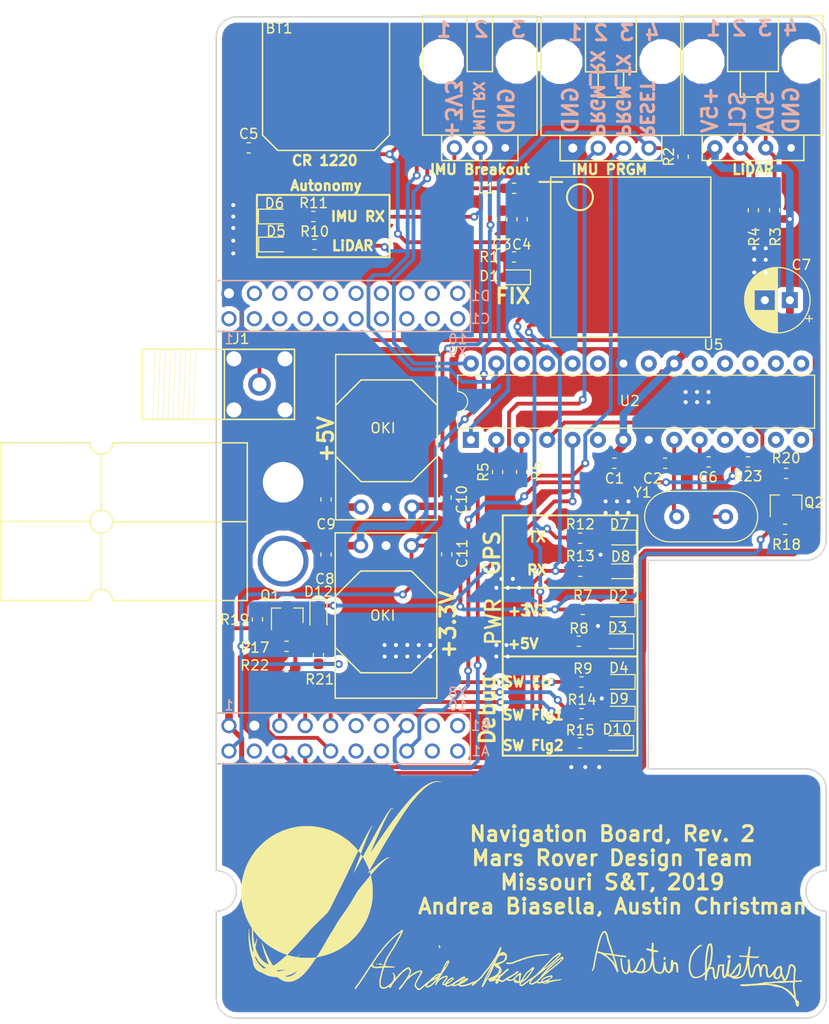
<source format=kicad_pcb>
(kicad_pcb (version 20171130) (host pcbnew "(5.0.0)")
  (layers (0 F.Cu signal) (31 B.Cu signal) (34 B.Paste user) (35 F.Paste user) (36 B.SilkS user) (37 F.SilkS user) (38 B.Mask user) (39 F.Mask user) (44 Edge.Cuts user))
  (net 0 "")
  (net 1 GND)
  (net 2 VBACKUP)
  (net 3 +3V3)
  (net 4 "Net-(D1-Pad2)")
  (net 5 "Net-(D2-Pad2)")
  (net 6 "Net-(R1-Pad1)")
  (net 7 +5V)
  (net 8 LIDAR_SCL)
  (net 9 LIDAR_SDA)
  (net 10 "Net-(C3-Pad2)")
  (net 11 "Net-(D5-Pad2)")
  (net 12 "Net-(D6-Pad2)")
  (net 13 "Net-(D7-Pad2)")
  (net 14 "Net-(D8-Pad2)")
  (net 15 "Net-(D9-Pad2)")
  (net 16 "Net-(D10-Pad2)")
  (net 17 /EXAnt)
  (net 18 Error_LED)
  (net 19 SW_Flg1)
  (net 20 SW_Flg2)
  (net 21 "Net-(C10-Pad1)")
  (net 22 "Net-(C2-Pad1)")
  (net 23 "Net-(C6-Pad1)")
  (net 24 IMU_RX)
  (net 25 RESET)
  (net 26 GPS_RX)
  (net 27 GPS_TX)
  (net 28 Programming_RX)
  (net 29 Programming_TX)
  (net 30 "Net-(U1-PadPP2)")
  (net 31 "Net-(U1-PadPN3)")
  (net 32 "Net-(U1-PadPN2)")
  (net 33 "Net-(U1-PadPD0)")
  (net 34 "Net-(U1-PadPD1)")
  (net 35 "Net-(U1-PadRese)")
  (net 36 "Net-(U1-PadPH3)")
  (net 37 "Net-(U1-PadPH2)")
  (net 38 "Net-(U1-PadPM3)")
  (net 39 "Net-(U1-PadPL5)")
  (net 40 "Net-(U1-PadPL4)")
  (net 41 "Net-(U1-PadPG0)")
  (net 42 "Net-(U1-PadPF3)")
  (net 43 "Net-(U1-PadPB3)")
  (net 44 "Net-(U1-PadPB2)")
  (net 45 "Net-(U1-PadPD3)")
  (net 46 "Net-(U1-PadPE5)")
  (net 47 "Net-(U1-PadPE4)")
  (net 48 "Net-(U1-PadPM5)")
  (net 49 "Net-(U1-PadPM4)")
  (net 50 "Net-(U1-PadPD7)")
  (net 51 "Net-(U1-PadPE3)")
  (net 52 "Net-(U2-Pad15)")
  (net 53 "Net-(U2-Pad16)")
  (net 54 "Net-(U2-Pad17)")
  (net 55 "Net-(U2-Pad18)")
  (net 56 "Net-(U2-Pad19)")
  (net 57 "Net-(U2-Pad6)")
  (net 58 "Net-(U2-Pad21)")
  (net 59 "Net-(U2-Pad23)")
  (net 60 "Net-(U2-Pad24)")
  (net 61 "Net-(U2-Pad11)")
  (net 62 "Net-(U2-Pad25)")
  (net 63 "Net-(U2-Pad12)")
  (net 64 "Net-(U2-Pad26)")
  (net 65 "Net-(U2-Pad13)")
  (net 66 "Net-(U2-Pad14)")
  (net 67 "Net-(U5-Pad20)")
  (net 68 "Net-(U5-Pad18)")
  (net 69 "Net-(U5-Pad17)")
  (net 70 "Net-(U5-Pad16)")
  (net 71 "Net-(U5-Pad15)")
  (net 72 "Net-(U5-Pad14)")
  (net 73 "Net-(U5-Pad13)")
  (net 74 "Net-(U5-Pad7)")
  (net 75 "Net-(U5-Pad6)")
  (net 76 "Net-(U5-Pad2)")
  (net 77 "Net-(D3-Pad2)")
  (net 78 "Net-(D4-Pad2)")
  (net 79 "Net-(R5-Pad2)")
  (net 80 "Net-(R6-Pad2)")
  (net 81 "Net-(U1-PadPL3)")
  (net 82 "Net-(U1-PadPL2)")
  (net 83 "Net-(U1-PadPF2)")
  (net 84 "Net-(U1-PadPF1)")
  (net 85 TIVA_RX)
  (net 86 TIVA_TX)
  (net 87 "Net-(U1-PadPL1)")
  (net 88 "Net-(U1-PadPL0)")
  (net 89 ATM_TX)
  (net 90 ATM_RX)
  (module MRDT_Connectors:MOLEX_SL_04_Horizontal (layer F.Cu) (at 154.7088 65.5574)
    (fp_text reference Conn4 hide)
    (fp_text value Molex_SL_04)
    (pad 1 thru_hole circle (at -3.81 0) (size 1.524 1.524) (drill 0.9) (layers *.Cu *.Mask) (net 1 GND))
    (pad 2 thru_hole circle (at -1.27 0) (size 1.524 1.524) (drill 0.9) (layers *.Cu *.Mask) (net 28 Programming_RX))
    (pad 3 thru_hole circle (at 1.27 0) (size 1.524 1.524) (drill 0.9) (layers *.Cu *.Mask) (net 29 Programming_TX))
    (pad 4 thru_hole circle (at 3.81 0) (size 1.524 1.524) (drill 0.9) (layers *.Cu *.Mask) (net 25 RESET))
    (pad "" np_thru_hole circle (at -5.08 -8.636) (size 3.45 3.45) (drill 3.45) (layers *.Cu *.Mask))
    (pad "" np_thru_hole circle (at 5.08 -8.636) (size 3.45 3.45) (drill 3.45) (layers *.Cu *.Mask))
  )
  (module MRDT_Sensors:FGPMMOPA6H (layer F.Cu) (at 148.6916 69.6976)
    (fp_text reference U5 (at 16.256 15.494) (layer F.SilkS))
    (fp_text value FGPMMOPA6H)
    (pad 20 smd rect (at 16.165634 0.229608 270) (size 1 2) (layers F.Cu F.Paste F.Mask) (net 67 "Net-(U5-Pad20)"))
    (pad 19 smd rect (at 16.165634 1.729608 270) (size 1 2) (layers F.Cu F.Paste F.Mask) (net 1 GND))
    (pad 18 smd rect (at 16.165634 3.229608 270) (size 1 2) (layers F.Cu F.Paste F.Mask) (net 68 "Net-(U5-Pad18)"))
    (pad 17 smd rect (at 16.165634 4.729608 270) (size 1 2) (layers F.Cu F.Paste F.Mask) (net 69 "Net-(U5-Pad17)"))
    (pad 16 smd rect (at 16.165634 6.229608 270) (size 1 2) (layers F.Cu F.Paste F.Mask) (net 70 "Net-(U5-Pad16)"))
    (pad 15 smd rect (at 16.165634 7.729608 270) (size 1 2) (layers F.Cu F.Paste F.Mask) (net 71 "Net-(U5-Pad15)"))
    (pad 14 smd rect (at 16.165634 9.229608 270) (size 1 2) (layers F.Cu F.Paste F.Mask) (net 72 "Net-(U5-Pad14)"))
    (pad 13 smd rect (at 16.165634 10.729608 270) (size 1 2) (layers F.Cu F.Paste F.Mask) (net 73 "Net-(U5-Pad13)"))
    (pad 12 smd rect (at 16.165634 12.229608 270) (size 1 2) (layers F.Cu F.Paste F.Mask) (net 1 GND))
    (pad 11 smd rect (at 16.165634 13.729608 270) (size 1 2) (layers F.Cu F.Paste F.Mask) (net 17 /EXAnt))
    (pad 10 smd rect (at 0 13.5 90) (size 1 2) (layers F.Cu F.Paste F.Mask) (net 27 GPS_TX))
    (pad 9 smd rect (at 0 12 90) (size 1 2) (layers F.Cu F.Paste F.Mask) (net 26 GPS_RX))
    (pad 8 smd rect (at 0 10.5 90) (size 1 2) (layers F.Cu F.Paste F.Mask) (net 1 GND))
    (pad 7 smd rect (at 0 9 90) (size 1 2) (layers F.Cu F.Paste F.Mask) (net 74 "Net-(U5-Pad7)"))
    (pad 6 smd rect (at 0 7.5 90) (size 1 2) (layers F.Cu F.Paste F.Mask) (net 75 "Net-(U5-Pad6)"))
    (pad 5 smd rect (at 0 6 90) (size 1 2) (layers F.Cu F.Paste F.Mask) (net 6 "Net-(R1-Pad1)"))
    (pad 4 smd rect (at 0 4.5 90) (size 1 2) (layers F.Cu F.Paste F.Mask) (net 2 VBACKUP))
    (pad 3 smd rect (at 0 3 90) (size 1 2) (layers F.Cu F.Paste F.Mask) (net 1 GND))
    (pad 2 smd rect (at 0 1.5 90) (size 1 2) (layers F.Cu F.Paste F.Mask) (net 76 "Net-(U5-Pad2)"))
    (pad 1 smd rect (at 0 0 90) (size 1 2) (layers F.Cu F.Paste F.Mask) (net 10 "Net-(C3-Pad2)"))
  )
  (module Package_DIP:DIP-28_W7.62mm (layer F.Cu) (at 140.716 94.6912 90)
    (fp_text reference U2 (at 3.8862 15.875 180) (layer F.SilkS))
    (fp_text value ATMEGA328P-Project_Library)
    (pad 1 thru_hole rect (at 0 0 90) (size 1.6 1.6) (drill 0.8) (layers *.Cu *.Mask) (net 25 RESET))
    (pad 15 thru_hole oval (at 7.62 33.02 90) (size 1.6 1.6) (drill 0.8) (layers *.Cu *.Mask) (net 52 "Net-(U2-Pad15)"))
    (pad 2 thru_hole oval (at 0 2.54 90) (size 1.6 1.6) (drill 0.8) (layers *.Cu *.Mask) (net 79 "Net-(R5-Pad2)"))
    (pad 16 thru_hole oval (at 7.62 30.48 90) (size 1.6 1.6) (drill 0.8) (layers *.Cu *.Mask) (net 53 "Net-(U2-Pad16)"))
    (pad 3 thru_hole oval (at 0 5.08 90) (size 1.6 1.6) (drill 0.8) (layers *.Cu *.Mask) (net 80 "Net-(R6-Pad2)"))
    (pad 17 thru_hole oval (at 7.62 27.94 90) (size 1.6 1.6) (drill 0.8) (layers *.Cu *.Mask) (net 54 "Net-(U2-Pad17)"))
    (pad 4 thru_hole oval (at 0 7.62 90) (size 1.6 1.6) (drill 0.8) (layers *.Cu *.Mask) (net 90 ATM_RX))
    (pad 18 thru_hole oval (at 7.62 25.4 90) (size 1.6 1.6) (drill 0.8) (layers *.Cu *.Mask) (net 55 "Net-(U2-Pad18)"))
    (pad 5 thru_hole oval (at 0 10.16 90) (size 1.6 1.6) (drill 0.8) (layers *.Cu *.Mask) (net 89 ATM_TX))
    (pad 19 thru_hole oval (at 7.62 22.86 90) (size 1.6 1.6) (drill 0.8) (layers *.Cu *.Mask) (net 56 "Net-(U2-Pad19)"))
    (pad 6 thru_hole oval (at 0 12.7 90) (size 1.6 1.6) (drill 0.8) (layers *.Cu *.Mask) (net 57 "Net-(U2-Pad6)"))
    (pad 20 thru_hole oval (at 7.62 20.32 90) (size 1.6 1.6) (drill 0.8) (layers *.Cu *.Mask) (net 7 +5V))
    (pad 7 thru_hole oval (at 0 15.24 90) (size 1.6 1.6) (drill 0.8) (layers *.Cu *.Mask) (net 7 +5V))
    (pad 21 thru_hole oval (at 7.62 17.78 90) (size 1.6 1.6) (drill 0.8) (layers *.Cu *.Mask) (net 58 "Net-(U2-Pad21)"))
    (pad 8 thru_hole oval (at 0 17.78 90) (size 1.6 1.6) (drill 0.8) (layers *.Cu *.Mask) (net 1 GND))
    (pad 22 thru_hole oval (at 7.62 15.24 90) (size 1.6 1.6) (drill 0.8) (layers *.Cu *.Mask) (net 1 GND))
    (pad 9 thru_hole oval (at 0 20.32 90) (size 1.6 1.6) (drill 0.8) (layers *.Cu *.Mask) (net 22 "Net-(C2-Pad1)"))
    (pad 23 thru_hole oval (at 7.62 12.7 90) (size 1.6 1.6) (drill 0.8) (layers *.Cu *.Mask) (net 59 "Net-(U2-Pad23)"))
    (pad 10 thru_hole oval (at 0 22.86 90) (size 1.6 1.6) (drill 0.8) (layers *.Cu *.Mask) (net 23 "Net-(C6-Pad1)"))
    (pad 24 thru_hole oval (at 7.62 10.16 90) (size 1.6 1.6) (drill 0.8) (layers *.Cu *.Mask) (net 60 "Net-(U2-Pad24)"))
    (pad 11 thru_hole oval (at 0 25.4 90) (size 1.6 1.6) (drill 0.8) (layers *.Cu *.Mask) (net 61 "Net-(U2-Pad11)"))
    (pad 25 thru_hole oval (at 7.62 7.62 90) (size 1.6 1.6) (drill 0.8) (layers *.Cu *.Mask) (net 62 "Net-(U2-Pad25)"))
    (pad 12 thru_hole oval (at 0 27.94 90) (size 1.6 1.6) (drill 0.8) (layers *.Cu *.Mask) (net 63 "Net-(U2-Pad12)"))
    (pad 26 thru_hole oval (at 7.62 5.08 90) (size 1.6 1.6) (drill 0.8) (layers *.Cu *.Mask) (net 64 "Net-(U2-Pad26)"))
    (pad 13 thru_hole oval (at 0 30.48 90) (size 1.6 1.6) (drill 0.8) (layers *.Cu *.Mask) (net 65 "Net-(U2-Pad13)"))
    (pad 27 thru_hole oval (at 7.62 2.54 90) (size 1.6 1.6) (drill 0.8) (layers *.Cu *.Mask) (net 9 LIDAR_SDA))
    (pad 14 thru_hole oval (at 0 33.02 90) (size 1.6 1.6) (drill 0.8) (layers *.Cu *.Mask) (net 66 "Net-(U2-Pad14)"))
    (pad 28 thru_hole oval (at 7.62 0 90) (size 1.6 1.6) (drill 0.8) (layers *.Cu *.Mask) (net 8 LIDAR_SCL))
  )
  (module MRDT_Shields:TM4C129E_Launchpad_X9_THT_BOTTOM (layer F.Cu) (at 115.2652 127.0508)
    (fp_text reference U1 hide)
    (fp_text value ~ hide)
    (fp_text user A1 (at 26.416 -1.27 180) (layer B.SilkS) (effects (justify mirror)))
    (fp_text user B1 (at 26.416 -3.81 180) (layer B.SilkS) (effects (justify mirror)))
    (fp_text user D1 (at 26.416 -46.736 180) (layer B.SilkS) (effects (justify mirror)))
    (fp_text user C1 (at 26.416 -44.45 180) (layer B.SilkS) (effects (justify mirror)))
    (fp_text user X8 (at 24.13 -7.112 180) (layer B.SilkS) (effects (justify mirror)))
    (fp_text user X9 (at 24.13 -41.148 180) (layer B.SilkS) (effects (justify mirror)))
    (fp_text user 10 (at 24.13 -5.842 180) (layer B.SilkS) (effects (justify mirror)))
    (fp_text user 1 (at 1.27 -5.842 180) (layer B.SilkS) (effects (justify mirror)))
    (fp_text user 10 (at 24.13 -42.418 180) (layer B.SilkS) (effects (justify mirror)))
    (fp_text user 1 (at 1.27 -42.418 180) (layer B.SilkS) (effects (justify mirror)))
    (pad PP2 thru_hole circle (at 24.13 -46.99 180) (size 1.52 1.52) (drill 1) (layers *.Cu *.Mask F.Paste) (net 30 "Net-(U1-PadPP2)"))
    (pad PN3 thru_hole circle (at 21.59 -46.99 180) (size 1.52 1.52) (drill 1) (layers *.Cu *.Mask F.Paste) (net 31 "Net-(U1-PadPN3)"))
    (pad PN2 thru_hole circle (at 19.05 -46.99 180) (size 1.52 1.52) (drill 1) (layers *.Cu *.Mask F.Paste) (net 32 "Net-(U1-PadPN2)"))
    (pad PD0 thru_hole circle (at 16.51 -46.99 180) (size 1.52 1.52) (drill 1) (layers *.Cu *.Mask F.Paste) (net 33 "Net-(U1-PadPD0)"))
    (pad PD1 thru_hole circle (at 13.97 -46.99 180) (size 1.52 1.52) (drill 1) (layers *.Cu *.Mask F.Paste) (net 34 "Net-(U1-PadPD1)"))
    (pad Rese thru_hole circle (at 11.43 -46.99 180) (size 1.52 1.52) (drill 1) (layers *.Cu *.Mask F.Paste) (net 35 "Net-(U1-PadRese)"))
    (pad PH3 thru_hole circle (at 8.89 -46.99 180) (size 1.52 1.52) (drill 1) (layers *.Cu *.Mask F.Paste) (net 36 "Net-(U1-PadPH3)"))
    (pad PH2 thru_hole circle (at 6.35 -46.99 180) (size 1.52 1.52) (drill 1) (layers *.Cu *.Mask F.Paste) (net 37 "Net-(U1-PadPH2)"))
    (pad PM3 thru_hole circle (at 3.81 -46.99 180) (size 1.52 1.52) (drill 1) (layers *.Cu *.Mask F.Paste) (net 38 "Net-(U1-PadPM3)"))
    (pad GND thru_hole circle (at 1.27 -46.99 180) (size 1.52 1.52) (drill 1) (layers *.Cu *.Mask F.Paste) (net 1 GND))
    (pad PL3 thru_hole circle (at 24.13 -44.45 180) (size 1.52 1.52) (drill 1) (layers *.Cu *.Mask F.Paste) (net 81 "Net-(U1-PadPL3)"))
    (pad PL2 thru_hole circle (at 21.59 -44.45 180) (size 1.52 1.52) (drill 1) (layers *.Cu *.Mask F.Paste) (net 82 "Net-(U1-PadPL2)"))
    (pad PL1 thru_hole circle (at 19.05 -44.45 180) (size 1.52 1.52) (drill 1) (layers *.Cu *.Mask F.Paste) (net 87 "Net-(U1-PadPL1)"))
    (pad PL0 thru_hole circle (at 16.51 -44.45 180) (size 1.52 1.52) (drill 1) (layers *.Cu *.Mask F.Paste) (net 88 "Net-(U1-PadPL0)"))
    (pad PL5 thru_hole circle (at 13.97 -44.45 180) (size 1.52 1.52) (drill 1) (layers *.Cu *.Mask F.Paste) (net 39 "Net-(U1-PadPL5)"))
    (pad PL4 thru_hole circle (at 11.43 -44.45 180) (size 1.52 1.52) (drill 1) (layers *.Cu *.Mask F.Paste) (net 40 "Net-(U1-PadPL4)"))
    (pad PG0 thru_hole circle (at 8.89 -44.45 180) (size 1.52 1.52) (drill 1) (layers *.Cu *.Mask F.Paste) (net 41 "Net-(U1-PadPG0)"))
    (pad PF3 thru_hole circle (at 6.35 -44.45 180) (size 1.52 1.52) (drill 1) (layers *.Cu *.Mask F.Paste) (net 42 "Net-(U1-PadPF3)"))
    (pad PF2 thru_hole circle (at 3.81 -44.45 180) (size 1.52 1.52) (drill 1) (layers *.Cu *.Mask F.Paste) (net 83 "Net-(U1-PadPF2)"))
    (pad PF1 thru_hole circle (at 1.27 -44.45 180) (size 1.52 1.52) (drill 1) (layers *.Cu *.Mask F.Paste) (net 84 "Net-(U1-PadPF1)"))
    (pad PB3 thru_hole circle (at 24.13 -1.27 180) (size 1.52 1.52) (drill 1) (layers *.Cu *.Mask F.Paste) (net 43 "Net-(U1-PadPB3)"))
    (pad PB2 thru_hole circle (at 21.59 -1.27 180) (size 1.52 1.52) (drill 1) (layers *.Cu *.Mask F.Paste) (net 44 "Net-(U1-PadPB2)"))
    (pad PC7 thru_hole circle (at 19.05 -1.27 180) (size 1.52 1.52) (drill 1) (layers *.Cu *.Mask F.Paste) (net 86 TIVA_TX))
    (pad PD3 thru_hole circle (at 16.51 -1.27 180) (size 1.52 1.52) (drill 1) (layers *.Cu *.Mask F.Paste) (net 45 "Net-(U1-PadPD3)"))
    (pad PE5 thru_hole circle (at 13.97 -1.27 180) (size 1.52 1.52) (drill 1) (layers *.Cu *.Mask F.Paste) (net 46 "Net-(U1-PadPE5)"))
    (pad PC6 thru_hole circle (at 11.43 -1.27 180) (size 1.52 1.52) (drill 1) (layers *.Cu *.Mask F.Paste) (net 85 TIVA_RX))
    (pad PC5 thru_hole circle (at 8.89 -1.27 180) (size 1.52 1.52) (drill 1) (layers *.Cu *.Mask F.Paste) (net 27 GPS_TX))
    (pad PC4 thru_hole circle (at 6.35 -1.27 180) (size 1.52 1.52) (drill 1) (layers *.Cu *.Mask F.Paste) (net 26 GPS_RX))
    (pad PE4 thru_hole circle (at 3.81 -1.27 180) (size 1.52 1.52) (drill 1) (layers *.Cu *.Mask F.Paste) (net 47 "Net-(U1-PadPE4)"))
    (pad +3V3 thru_hole circle (at 1.27 -1.27 180) (size 1.52 1.52) (drill 1) (layers *.Cu *.Mask F.Paste) (net 3 +3V3))
    (pad PM5 thru_hole circle (at 24.13 -3.81 180) (size 1.52 1.52) (drill 1) (layers *.Cu *.Mask F.Paste) (net 48 "Net-(U1-PadPM5)"))
    (pad PM4 thru_hole circle (at 21.59 -3.81 180) (size 1.52 1.52) (drill 1) (layers *.Cu *.Mask F.Paste) (net 49 "Net-(U1-PadPM4)"))
    (pad PA6 thru_hole circle (at 19.05 -3.81 180) (size 1.52 1.52) (drill 1) (layers *.Cu *.Mask F.Paste) (net 24 IMU_RX))
    (pad PD7 thru_hole circle (at 16.51 -3.81 180) (size 1.52 1.52) (drill 1) (layers *.Cu *.Mask F.Paste) (net 50 "Net-(U1-PadPD7)"))
    (pad PE3 thru_hole circle (at 13.97 -3.81 180) (size 1.52 1.52) (drill 1) (layers *.Cu *.Mask F.Paste) (net 51 "Net-(U1-PadPE3)"))
    (pad PE2 thru_hole circle (at 11.43 -3.81 180) (size 1.52 1.52) (drill 1) (layers *.Cu *.Mask F.Paste) (net 20 SW_Flg2))
    (pad PE1 thru_hole circle (at 8.89 -3.81 180) (size 1.52 1.52) (drill 1) (layers *.Cu *.Mask F.Paste) (net 19 SW_Flg1))
    (pad PE0 thru_hole circle (at 6.35 -3.81 180) (size 1.52 1.52) (drill 1) (layers *.Cu *.Mask F.Paste) (net 18 Error_LED))
    (pad GND thru_hole circle (at 3.81 -3.81 180) (size 1.52 1.52) (drill 1) (layers *.Cu *.Mask F.Paste) (net 1 GND))
    (pad +5V thru_hole circle (at 1.27 -3.81 180) (size 1.52 1.52) (drill 1) (layers *.Cu *.Mask F.Paste) (net 7 +5V))
  )
  (module Resistor_SMD:R_0603_1608Metric_Pad1.05x0.95mm_HandSolder (layer F.Cu) (at 122.287 117.348 180)
    (fp_text reference R22 (at 3.175 0.127 180) (layer F.SilkS))
    (fp_text value 30K)
    (pad 2 smd roundrect (at 0.875 0 180) (size 1.05 0.95) (layers F.Cu F.Paste F.Mask) (net 1 GND))
    (pad 1 smd roundrect (at -0.875 0 180) (size 1.05 0.95) (layers F.Cu F.Paste F.Mask) (net 85 TIVA_RX))
  )
  (module MRDT_Devices:OKI_Horizontal (layer F.Cu) (at 127.1524 103.9876)
    (fp_text reference U4 hide)
    (fp_text value OKI (at 4.7498 8.255) (layer F.SilkS))
    (pad 3 thru_hole circle (at 7.62 1.27) (size 1.524 1.524) (drill 0.889) (layers *.Cu *.Mask) (net 3 +3V3))
    (pad 2 thru_hole circle (at 5.08 1.27) (size 1.524 1.524) (drill 0.889) (layers *.Cu *.Mask) (net 1 GND))
    (pad 1 thru_hole circle (at 2.54 1.27) (size 1.524 1.524) (drill 0.889) (layers *.Cu *.Mask) (net 21 "Net-(C10-Pad1)"))
  )
  (module Crystal:Crystal_HC49-U_Vertical (layer F.Cu) (at 161.29 102.362)
    (fp_text reference Y1 (at -3.429 -2.413) (layer F.SilkS))
    (fp_text value Crystal)
    (pad 2 thru_hole circle (at 4.88 0) (size 1.5 1.5) (drill 0.8) (layers *.Cu *.Mask) (net 23 "Net-(C6-Pad1)"))
    (pad 1 thru_hole circle (at 0 0) (size 1.5 1.5) (drill 0.8) (layers *.Cu *.Mask) (net 22 "Net-(C2-Pad1)"))
  )
  (module MRDT_Connectors:CR1220_Battery_Holder (layer F.Cu) (at 126.238 58.166 180)
    (fp_text reference BT1 (at 4.699 4.572 180) (layer F.SilkS))
    (fp_text value Battery_Cell)
    (pad 2 smd circle (at 0 0 180) (size 10.16 10.16) (layers F.Cu F.Paste F.Mask) (net 1 GND))
    (pad 1 smd rect (at 7.62 0 180) (size 2.54 6.35) (layers F.Cu F.Paste F.Mask) (net 2 VBACKUP))
    (pad 1 smd rect (at -7.62 0 180) (size 2.54 6.35) (layers F.Cu F.Paste F.Mask) (net 2 VBACKUP))
  )
  (module MRDT_Connectors:RP-SMA_Jack_Tru-Hole_Right-Angle (layer F.Cu) (at 119.5832 89.154 180)
    (fp_text reference J1 (at 1.8542 4.5466 180) (layer F.SilkS))
    (fp_text value Conn_Coaxial)
    (pad 2 thru_hole circle (at -2.55 2.55 270) (size 2.25 2.25) (drill 1.5) (layers *.Cu *.Mask) (net 1 GND))
    (pad 2 thru_hole circle (at 2.55 2.55 270) (size 2.25 2.25) (drill 1.5) (layers *.Cu *.Mask) (net 1 GND))
    (pad 2 thru_hole circle (at 2.55 -2.55 270) (size 2.25 2.25) (drill 1.5) (layers *.Cu *.Mask) (net 1 GND))
    (pad 2 thru_hole circle (at -2.55 -2.55 270) (size 2.25 2.25) (drill 1.5) (layers *.Cu *.Mask) (net 1 GND))
    (pad 1 thru_hole circle (at 0 0 270) (size 2.25 2.25) (drill 1.4) (layers *.Cu *.Mask) (net 17 /EXAnt))
  )
  (module MRDT_Connectors:Anderson_2_Horizontal_Side_by_Side (layer F.Cu) (at 118.364 110.744)
    (fp_text reference Conn1 hide)
    (fp_text value AndersonPP)
    (pad 1 thru_hole circle (at 3.5814 -11.811) (size 5.08 5.08) (drill 4.06) (layers *.Cu *.Mask F.Paste) (net 1 GND))
    (pad 2 thru_hole circle (at 3.5814 -3.937) (size 5.08 5.08) (drill 4.06) (layers *.Cu *.Mask F.Paste) (net 21 "Net-(C10-Pad1)"))
  )
  (module Capacitor_SMD:C_0603_1608Metric_Pad1.05x0.95mm_HandSolder (layer F.Cu) (at 138.2268 100.457 90)
    (fp_text reference C10 (at -0.2032 1.5748 270) (layer F.SilkS))
    (fp_text value 10u)
    (pad 2 smd roundrect (at 0.875 0 90) (size 1.05 0.95) (layers F.Cu F.Paste F.Mask) (net 1 GND))
    (pad 1 smd roundrect (at -0.875 0 90) (size 1.05 0.95) (layers F.Cu F.Paste F.Mask) (net 21 "Net-(C10-Pad1)"))
  )
  (module Resistor_SMD:R_0603_1608Metric_Pad1.05x0.95mm_HandSolder (layer F.Cu) (at 151.497 114.808)
    (fp_text reference R8 (at 0.014 -1.27) (layer F.SilkS))
    (fp_text value 500)
    (pad 2 smd roundrect (at 0.875 0) (size 1.05 0.95) (layers F.Cu F.Paste F.Mask) (net 77 "Net-(D3-Pad2)"))
    (pad 1 smd roundrect (at -0.875 0) (size 1.05 0.95) (layers F.Cu F.Paste F.Mask) (net 7 +5V))
  )
  (module LED_SMD:LED_0603_1608Metric_Pad1.05x0.95mm_HandSolder (layer F.Cu) (at 155.589 107.823 180)
    (fp_text reference D8 (at -0.0876 1.4732 180) (layer F.SilkS))
    (fp_text value LED)
    (pad 2 smd roundrect (at 0.875 0 180) (size 1.05 0.95) (layers F.Cu F.Paste F.Mask) (net 14 "Net-(D8-Pad2)"))
    (pad 1 smd roundrect (at -0.875 0 180) (size 1.05 0.95) (layers F.Cu F.Paste F.Mask) (net 1 GND))
  )
  (module Capacitor_SMD:C_0603_1608Metric_Pad1.05x0.95mm_HandSolder (layer F.Cu) (at 143.79956 72.67575 90)
    (fp_text reference C3 (at -2.50825 0 180) (layer F.SilkS))
    (fp_text value 1uF)
    (pad 2 smd roundrect (at 0.875 0 90) (size 1.05 0.95) (layers F.Cu F.Paste F.Mask) (net 10 "Net-(C3-Pad2)"))
    (pad 1 smd roundrect (at -0.875 0 90) (size 1.05 0.95) (layers F.Cu F.Paste F.Mask) (net 1 GND))
  )
  (module Capacitor_SMD:C_0603_1608Metric_Pad1.05x0.95mm_HandSolder (layer F.Cu) (at 145.83156 72.67575 90)
    (fp_text reference C4 (at -2.50825 -0.03556 180) (layer F.SilkS))
    (fp_text value 0.01uF)
    (pad 2 smd roundrect (at 0.875 0 90) (size 1.05 0.95) (layers F.Cu F.Paste F.Mask) (net 10 "Net-(C3-Pad2)"))
    (pad 1 smd roundrect (at -0.875 0 90) (size 1.05 0.95) (layers F.Cu F.Paste F.Mask) (net 1 GND))
  )
  (module Capacitor_SMD:C_0603_1608Metric_Pad1.05x0.95mm_HandSolder (layer F.Cu) (at 118.505 65.532 180)
    (fp_text reference C5 (at 0 1.397 180) (layer F.SilkS))
    (fp_text value 1uF)
    (pad 2 smd roundrect (at 0.875 0 180) (size 1.05 0.95) (layers F.Cu F.Paste F.Mask) (net 1 GND))
    (pad 1 smd roundrect (at -0.875 0 180) (size 1.05 0.95) (layers F.Cu F.Paste F.Mask) (net 2 VBACKUP))
  )
  (module Capacitor_SMD:C_0603_1608Metric_Pad1.05x0.95mm_HandSolder (layer F.Cu) (at 126.238 106.1466 270)
    (fp_text reference C8 (at 2.4384 0.127 180) (layer F.SilkS))
    (fp_text value 10u)
    (pad 2 smd roundrect (at 0.875 0 270) (size 1.05 0.95) (layers F.Cu F.Paste F.Mask) (net 1 GND))
    (pad 1 smd roundrect (at -0.875 0 270) (size 1.05 0.95) (layers F.Cu F.Paste F.Mask) (net 21 "Net-(C10-Pad1)"))
  )
  (module Capacitor_SMD:C_0603_1608Metric_Pad1.05x0.95mm_HandSolder (layer F.Cu) (at 126.238 100.6602 90)
    (fp_text reference C9 (at -2.4638 0) (layer F.SilkS))
    (fp_text value 10u)
    (pad 2 smd roundrect (at 0.875 0 90) (size 1.05 0.95) (layers F.Cu F.Paste F.Mask) (net 1 GND))
    (pad 1 smd roundrect (at -0.875 0 90) (size 1.05 0.95) (layers F.Cu F.Paste F.Mask) (net 7 +5V))
  )
  (module Capacitor_SMD:C_0603_1608Metric_Pad1.05x0.95mm_HandSolder (layer F.Cu) (at 138.303 106.1326 270)
    (fp_text reference C11 (at -0.0876 -1.5494 90) (layer F.SilkS))
    (fp_text value 10u)
    (pad 2 smd roundrect (at 0.875 0 270) (size 1.05 0.95) (layers F.Cu F.Paste F.Mask) (net 1 GND))
    (pad 1 smd roundrect (at -0.875 0 270) (size 1.05 0.95) (layers F.Cu F.Paste F.Mask) (net 3 +3V3))
  )
  (module MRDT_Connectors:MOLEX_SL_04_Horizontal (layer F.Cu) (at 168.91 65.532)
    (fp_text reference Conn2 hide)
    (fp_text value LiDAR)
    (pad "" np_thru_hole circle (at 5.08 -8.636) (size 3.45 3.45) (drill 3.45) (layers *.Cu *.Mask))
    (pad "" np_thru_hole circle (at -5.08 -8.636) (size 3.45 3.45) (drill 3.45) (layers *.Cu *.Mask))
    (pad 4 thru_hole circle (at 3.81 0) (size 1.524 1.524) (drill 0.762) (layers *.Cu *.Mask) (net 1 GND))
    (pad 3 thru_hole circle (at 1.27 0) (size 1.524 1.524) (drill 0.762) (layers *.Cu *.Mask) (net 9 LIDAR_SDA))
    (pad 2 thru_hole circle (at -1.27 0) (size 1.524 1.524) (drill 0.762) (layers *.Cu *.Mask) (net 8 LIDAR_SCL))
    (pad 1 thru_hole circle (at -3.81 0) (size 1.524 1.524) (drill 0.762) (layers *.Cu *.Mask) (net 7 +5V))
  )
  (module LED_SMD:LED_0603_1608Metric_Pad1.05x0.95mm_HandSolder (layer F.Cu) (at 145.0086 78.4606 180)
    (fp_text reference D1 (at 2.4892 0.127) (layer F.SilkS))
    (fp_text value FIX)
    (pad 2 smd roundrect (at 0.875 0 180) (size 1.05 0.95) (layers F.Cu F.Paste F.Mask) (net 4 "Net-(D1-Pad2)"))
    (pad 1 smd roundrect (at -0.875 0 180) (size 1.05 0.95) (layers F.Cu F.Paste F.Mask) (net 1 GND))
  )
  (module LED_SMD:LED_0603_1608Metric_Pad1.05x0.95mm_HandSolder (layer F.Cu) (at 155.462 111.6245 180)
    (fp_text reference D2 (at 0 1.3885 180) (layer F.SilkS))
    (fp_text value LED)
    (pad 2 smd roundrect (at 0.875 0 180) (size 1.05 0.95) (layers F.Cu F.Paste F.Mask) (net 5 "Net-(D2-Pad2)"))
    (pad 1 smd roundrect (at -0.875 0 180) (size 1.05 0.95) (layers F.Cu F.Paste F.Mask) (net 1 GND))
  )
  (module LED_SMD:LED_0603_1608Metric_Pad1.05x0.95mm_HandSolder (layer F.Cu) (at 121.172 75.184)
    (fp_text reference D5 (at 0.0622 -1.3208) (layer F.SilkS))
    (fp_text value LED)
    (pad 2 smd roundrect (at 0.875 0) (size 1.05 0.95) (layers F.Cu F.Paste F.Mask) (net 11 "Net-(D5-Pad2)"))
    (pad 1 smd roundrect (at -0.875 0) (size 1.05 0.95) (layers F.Cu F.Paste F.Mask) (net 1 GND))
  )
  (module LED_SMD:LED_0603_1608Metric_Pad1.05x0.95mm_HandSolder (layer F.Cu) (at 121.144 72.39)
    (fp_text reference D6 (at -0.0622 -1.3208) (layer F.SilkS))
    (fp_text value LED)
    (pad 2 smd roundrect (at 0.875 0) (size 1.05 0.95) (layers F.Cu F.Paste F.Mask) (net 12 "Net-(D6-Pad2)"))
    (pad 1 smd roundrect (at -0.875 0) (size 1.05 0.95) (layers F.Cu F.Paste F.Mask) (net 1 GND))
  )
  (module LED_SMD:LED_0603_1608Metric_Pad1.05x0.95mm_HandSolder (layer F.Cu) (at 155.589 104.45786 180)
    (fp_text reference D7 (at 0.0394 1.33386 180) (layer F.SilkS))
    (fp_text value LED)
    (pad 2 smd roundrect (at 0.875 0 180) (size 1.05 0.95) (layers F.Cu F.Paste F.Mask) (net 13 "Net-(D7-Pad2)"))
    (pad 1 smd roundrect (at -0.875 0 180) (size 1.05 0.95) (layers F.Cu F.Paste F.Mask) (net 1 GND))
  )
  (module LED_SMD:LED_0603_1608Metric_Pad1.05x0.95mm_HandSolder (layer F.Cu) (at 155.462 122.041917 180)
    (fp_text reference D9 (at -0.0622 1.493517 180) (layer F.SilkS))
    (fp_text value LED)
    (pad 2 smd roundrect (at 0.875 0 180) (size 1.05 0.95) (layers F.Cu F.Paste F.Mask) (net 15 "Net-(D9-Pad2)"))
    (pad 1 smd roundrect (at -0.875 0 180) (size 1.05 0.95) (layers F.Cu F.Paste F.Mask) (net 1 GND))
  )
  (module LED_SMD:LED_0603_1608Metric_Pad1.05x0.95mm_HandSolder (layer F.Cu) (at 155.307 124.968 180)
    (fp_text reference D10 (at -0.014 1.358393 180) (layer F.SilkS))
    (fp_text value LED)
    (pad 2 smd roundrect (at 0.875 0 180) (size 1.05 0.95) (layers F.Cu F.Paste F.Mask) (net 16 "Net-(D10-Pad2)"))
    (pad 1 smd roundrect (at -0.875 0 180) (size 1.05 0.95) (layers F.Cu F.Paste F.Mask) (net 1 GND))
  )
  (module Inductor_SMD:L_0603_1608Metric_Pad1.05x0.95mm_HandSolder (layer F.Cu) (at 145.034 69.5706)
    (fp_text reference L1 (at -2.794 0) (layer F.SilkS))
    (fp_text value INDUCTOR)
    (pad 2 smd roundrect (at 0.875 0) (size 1.05 0.95) (layers F.Cu F.Paste F.Mask) (net 10 "Net-(C3-Pad2)"))
    (pad 1 smd roundrect (at -0.875 0) (size 1.05 0.95) (layers F.Cu F.Paste F.Mask) (net 3 +3V3))
  )
  (module Resistor_SMD:R_0603_1608Metric_Pad1.05x0.95mm_HandSolder (layer F.Cu) (at 145.0226 76.4286 180)
    (fp_text reference R1 (at 2.5032 0) (layer F.SilkS))
    (fp_text value 1K)
    (pad 2 smd roundrect (at 0.875 0 180) (size 1.05 0.95) (layers F.Cu F.Paste F.Mask) (net 4 "Net-(D1-Pad2)"))
    (pad 1 smd roundrect (at -0.875 0 180) (size 1.05 0.95) (layers F.Cu F.Paste F.Mask) (net 6 "Net-(R1-Pad1)"))
  )
  (module Resistor_SMD:R_0603_1608Metric_Pad1.05x0.95mm_HandSolder (layer F.Cu) (at 161.925 66.421 90)
    (fp_text reference R2 (at 0 -1.43 90) (layer F.SilkS))
    (fp_text value 10K)
    (pad 2 smd roundrect (at 0.875 0 90) (size 1.05 0.95) (layers F.Cu F.Paste F.Mask) (net 25 RESET))
    (pad 1 smd roundrect (at -0.875 0 90) (size 1.05 0.95) (layers F.Cu F.Paste F.Mask) (net 7 +5V))
  )
  (module Resistor_SMD:R_0603_1608Metric_Pad1.05x0.95mm_HandSolder (layer F.Cu) (at 171.069 71.758388 90)
    (fp_text reference R3 (at -2.663612 0.093394 270) (layer F.SilkS))
    (fp_text value 4.7K)
    (pad 2 smd roundrect (at 0.875 0 90) (size 1.05 0.95) (layers F.Cu F.Paste F.Mask) (net 9 LIDAR_SDA))
    (pad 1 smd roundrect (at -0.875 0 90) (size 1.05 0.95) (layers F.Cu F.Paste F.Mask) (net 7 +5V))
  )
  (module Resistor_SMD:R_0603_1608Metric_Pad1.05x0.95mm_HandSolder (layer F.Cu) (at 168.943606 71.758388 270)
    (fp_text reference R4 (at 2.663612 -0.093394 90) (layer F.SilkS))
    (fp_text value 4.7K)
    (pad 2 smd roundrect (at 0.875 0 270) (size 1.05 0.95) (layers F.Cu F.Paste F.Mask) (net 7 +5V))
    (pad 1 smd roundrect (at -0.875 0 270) (size 1.05 0.95) (layers F.Cu F.Paste F.Mask) (net 8 LIDAR_SCL))
  )
  (module Resistor_SMD:R_0603_1608Metric_Pad1.05x0.95mm_HandSolder (layer F.Cu) (at 143.383 97.917 90)
    (fp_text reference R5 (at 0 -1.43 90) (layer F.SilkS))
    (fp_text value 1K)
    (pad 2 smd roundrect (at 0.875 0 90) (size 1.05 0.95) (layers F.Cu F.Paste F.Mask) (net 79 "Net-(R5-Pad2)"))
    (pad 1 smd roundrect (at -0.875 0 90) (size 1.05 0.95) (layers F.Cu F.Paste F.Mask) (net 28 Programming_RX))
  )
  (module Resistor_SMD:R_0603_1608Metric_Pad1.05x0.95mm_HandSolder (layer F.Cu) (at 145.796 97.903 90)
    (fp_text reference R6 (at 0.113 1.524 90) (layer F.SilkS))
    (fp_text value 1K)
    (pad 2 smd roundrect (at 0.875 0 90) (size 1.05 0.95) (layers F.Cu F.Paste F.Mask) (net 80 "Net-(R6-Pad2)"))
    (pad 1 smd roundrect (at -0.875 0 90) (size 1.05 0.95) (layers F.Cu F.Paste F.Mask) (net 29 Programming_TX))
  )
  (module Resistor_SMD:R_0603_1608Metric_Pad1.05x0.95mm_HandSolder (layer F.Cu) (at 151.892 111.633)
    (fp_text reference R7 (at 0 -1.397) (layer F.SilkS))
    (fp_text value 500)
    (pad 2 smd roundrect (at 0.875 0) (size 1.05 0.95) (layers F.Cu F.Paste F.Mask) (net 5 "Net-(D2-Pad2)"))
    (pad 1 smd roundrect (at -0.875 0) (size 1.05 0.95) (layers F.Cu F.Paste F.Mask) (net 3 +3V3))
  )
  (module Resistor_SMD:R_0603_1608Metric_Pad1.05x0.95mm_HandSolder (layer F.Cu) (at 151.7705 118.872)
    (fp_text reference R9 (at 0.134245 -1.33386) (layer F.SilkS))
    (fp_text value 500)
    (pad 2 smd roundrect (at 0.875 0) (size 1.05 0.95) (layers F.Cu F.Paste F.Mask) (net 78 "Net-(D4-Pad2)"))
    (pad 1 smd roundrect (at -0.875 0) (size 1.05 0.95) (layers F.Cu F.Paste F.Mask) (net 18 Error_LED))
  )
  (module Resistor_SMD:R_0603_1608Metric_Pad1.05x0.95mm_HandSolder (layer F.Cu) (at 125.081 75.184 180)
    (fp_text reference R10 (at -0.014 1.2954 180) (layer F.SilkS))
    (fp_text value 500)
    (pad 2 smd roundrect (at 0.875 0 180) (size 1.05 0.95) (layers F.Cu F.Paste F.Mask) (net 11 "Net-(D5-Pad2)"))
    (pad 1 smd roundrect (at -0.875 0 180) (size 1.05 0.95) (layers F.Cu F.Paste F.Mask) (net 9 LIDAR_SDA))
  )
  (module Resistor_SMD:R_0603_1608Metric_Pad1.05x0.95mm_HandSolder (layer F.Cu) (at 124.968 72.39 180)
    (fp_text reference R11 (at -0.0254 1.3462 180) (layer F.SilkS))
    (fp_text value 500)
    (pad 2 smd roundrect (at 0.875 0 180) (size 1.05 0.95) (layers F.Cu F.Paste F.Mask) (net 12 "Net-(D6-Pad2)"))
    (pad 1 smd roundrect (at -0.875 0 180) (size 1.05 0.95) (layers F.Cu F.Paste F.Mask) (net 24 IMU_RX))
  )
  (module Resistor_SMD:R_0603_1608Metric_Pad1.05x0.95mm_HandSolder (layer F.Cu) (at 151.638 104.521)
    (fp_text reference R12 (at 0 -1.391917) (layer F.SilkS))
    (fp_text value 500)
    (pad 2 smd roundrect (at 0.875 0) (size 1.05 0.95) (layers F.Cu F.Paste F.Mask) (net 13 "Net-(D7-Pad2)"))
    (pad 1 smd roundrect (at -0.875 0) (size 1.05 0.95) (layers F.Cu F.Paste F.Mask) (net 26 GPS_RX))
  )
  (module MRDT_Silkscreens:MRDT_Logo_20mm (layer F.Cu) (at 127.762 138.811)
    (fp_text reference G*** hide)
    (fp_text value LOGO hide)
  )
  (module MRDT_Devices:OKI_Horizontal (layer F.Cu) (at 137.360978 102.682169 180)
    (fp_text reference U3 hide)
    (fp_text value OKI (at 5.433378 9.159369) (layer F.SilkS))
    (pad 3 thru_hole circle (at 7.62 1.27 180) (size 1.524 1.524) (drill 0.889) (layers *.Cu *.Mask) (net 7 +5V))
    (pad 2 thru_hole circle (at 5.08 1.27 180) (size 1.524 1.524) (drill 0.889) (layers *.Cu *.Mask) (net 1 GND))
    (pad 1 thru_hole circle (at 2.54 1.27 180) (size 1.524 1.524) (drill 0.889) (layers *.Cu *.Mask) (net 21 "Net-(C10-Pad1)"))
  )
  (module Capacitor_THT:CP_Radial_D6.3mm_P2.50mm (layer F.Cu) (at 172.593 80.7466 180)
    (fp_text reference C7 (at -1.143 3.5306 180) (layer F.SilkS))
    (fp_text value 680uF)
    (pad 2 thru_hole circle (at 2.5 0 180) (size 1.6 1.6) (drill 0.8) (layers *.Cu *.Mask) (net 1 GND))
    (pad 1 thru_hole rect (at 0 0 180) (size 1.6 1.6) (drill 0.8) (layers *.Cu *.Mask) (net 7 +5V))
  )
  (module NavBoard_Hardware_2:Andrea_Biasella_22mmx9.3mm (layer F.Cu) (at 140.081 146.812)
    (fp_text reference G*** hide)
    (fp_text value LOGO hide)
  )
  (module NavBoard_Hardware_2:Austin_Christman_22mmx8.3mm (layer F.Cu) (at 162.814 147.574)
    (fp_text reference G*** hide)
    (fp_text value LOGO hide)
  )
  (module Capacitor_SMD:C_0603_1608Metric_Pad1.05x0.95mm_HandSolder (layer F.Cu) (at 155.053 97.028)
    (fp_text reference C1 (at 0.014 1.524 -180) (layer F.SilkS))
    (fp_text value 1uF)
    (pad 1 smd roundrect (at -0.875 0) (size 1.05 0.95) (layers F.Cu F.Paste F.Mask) (net 7 +5V))
    (pad 2 smd roundrect (at 0.875 0) (size 1.05 0.95) (layers F.Cu F.Paste F.Mask) (net 1 GND))
  )
  (module Capacitor_SMD:C_0603_1608Metric_Pad1.05x0.95mm_HandSolder (layer F.Cu) (at 160.133 97.028 180)
    (fp_text reference C2 (at 1.256 -1.524 180) (layer F.SilkS))
    (fp_text value 22pF)
    (pad 1 smd roundrect (at -0.875 0 180) (size 1.05 0.95) (layers F.Cu F.Paste F.Mask) (net 22 "Net-(C2-Pad1)"))
    (pad 2 smd roundrect (at 0.875 0 180) (size 1.05 0.95) (layers F.Cu F.Paste F.Mask) (net 1 GND))
  )
  (module Capacitor_SMD:C_0603_1608Metric_Pad1.05x0.95mm_HandSolder (layer F.Cu) (at 164.465 96.901)
    (fp_text reference C6 (at -0.0508 1.524 -180) (layer F.SilkS))
    (fp_text value 22pF)
    (pad 2 smd roundrect (at 0.875 0) (size 1.05 0.95) (layers F.Cu F.Paste F.Mask) (net 1 GND))
    (pad 1 smd roundrect (at -0.875 0) (size 1.05 0.95) (layers F.Cu F.Paste F.Mask) (net 23 "Net-(C6-Pad1)"))
  )
  (module Resistor_SMD:R_0603_1608Metric_Pad1.05x0.95mm_HandSolder (layer F.Cu) (at 151.638 107.823)
    (fp_text reference R13 (at 0 -1.524) (layer F.SilkS))
    (fp_text value 500)
    (pad 1 smd roundrect (at -0.875 0) (size 1.05 0.95) (layers F.Cu F.Paste F.Mask) (net 27 GPS_TX))
    (pad 2 smd roundrect (at 0.875 0) (size 1.05 0.95) (layers F.Cu F.Paste F.Mask) (net 14 "Net-(D8-Pad2)"))
  )
  (module Resistor_SMD:R_0603_1608Metric_Pad1.05x0.95mm_HandSolder (layer F.Cu) (at 151.765 122.047)
    (fp_text reference R14 (at 0.0508 -1.397 -180) (layer F.SilkS))
    (fp_text value 500)
    (pad 2 smd roundrect (at 0.875 0) (size 1.05 0.95) (layers F.Cu F.Paste F.Mask) (net 15 "Net-(D9-Pad2)"))
    (pad 1 smd roundrect (at -0.875 0) (size 1.05 0.95) (layers F.Cu F.Paste F.Mask) (net 19 SW_Flg1))
  )
  (module Resistor_SMD:R_0603_1608Metric_Pad1.05x0.95mm_HandSolder (layer F.Cu) (at 151.624 124.968)
    (fp_text reference R15 (at 0.014 -1.27 180) (layer F.SilkS))
    (fp_text value 500)
    (pad 1 smd roundrect (at -0.875 0) (size 1.05 0.95) (layers F.Cu F.Paste F.Mask) (net 20 SW_Flg2))
    (pad 2 smd roundrect (at 0.875 0) (size 1.05 0.95) (layers F.Cu F.Paste F.Mask) (net 16 "Net-(D10-Pad2)"))
  )
  (module LED_SMD:LED_0603_1608Metric_Pad1.05x0.95mm_HandSolder (layer F.Cu) (at 155.321 114.808 180)
    (fp_text reference D3 (at -0.0508 1.3716 180) (layer F.SilkS))
    (fp_text value LED)
    (pad 1 smd roundrect (at -0.875 0 180) (size 1.05 0.95) (layers F.Cu F.Paste F.Mask) (net 1 GND))
    (pad 2 smd roundrect (at 0.875 0 180) (size 1.05 0.95) (layers F.Cu F.Paste F.Mask) (net 77 "Net-(D3-Pad2)"))
  )
  (module LED_SMD:LED_0603_1608Metric_Pad1.05x0.95mm_HandSolder (layer F.Cu) (at 155.462 118.872 180)
    (fp_text reference D4 (at -0.0368 1.397 180) (layer F.SilkS))
    (fp_text value LED)
    (pad 2 smd roundrect (at 0.875 0 180) (size 1.05 0.95) (layers F.Cu F.Paste F.Mask) (net 78 "Net-(D4-Pad2)"))
    (pad 1 smd roundrect (at -0.875 0 180) (size 1.05 0.95) (layers F.Cu F.Paste F.Mask) (net 1 GND))
  )
  (module Package_TO_SOT_SMD:SOT-23 (layer F.Cu) (at 122.362 112.252 90)
    (fp_text reference Q1 (at 2.016 -1.712 180) (layer F.SilkS))
    (fp_text value BSS138)
    (pad 1 smd rect (at -1 -0.95 90) (size 0.9 0.8) (layers F.Cu F.Paste F.Mask) (net 3 +3V3))
    (pad 2 smd rect (at -1 0.95 90) (size 0.9 0.8) (layers F.Cu F.Paste F.Mask) (net 85 TIVA_RX))
    (pad 3 smd rect (at 1 0 90) (size 0.9 0.8) (layers F.Cu F.Paste F.Mask) (net 89 ATM_TX))
  )
  (module Package_TO_SOT_SMD:SOT-23 (layer F.Cu) (at 172.212 100.965 90)
    (fp_text reference Q2 (at 0 2.794 180) (layer F.SilkS))
    (fp_text value BSS138)
    (pad 3 smd rect (at 1 0 90) (size 0.9 0.8) (layers F.Cu F.Paste F.Mask) (net 90 ATM_RX))
    (pad 2 smd rect (at -1 0.95 90) (size 0.9 0.8) (layers F.Cu F.Paste F.Mask) (net 86 TIVA_TX))
    (pad 1 smd rect (at -1 -0.95 90) (size 0.9 0.8) (layers F.Cu F.Paste F.Mask) (net 3 +3V3))
  )
  (module Resistor_SMD:R_0603_1608Metric_Pad1.05x0.95mm_HandSolder (layer F.Cu) (at 122.287 115.316)
    (fp_text reference R17 (at -3.161 0.127) (layer F.SilkS))
    (fp_text value 10K)
    (pad 2 smd roundrect (at 0.875 0) (size 1.05 0.95) (layers F.Cu F.Paste F.Mask) (net 85 TIVA_RX))
    (pad 1 smd roundrect (at -0.875 0) (size 1.05 0.95) (layers F.Cu F.Paste F.Mask) (net 3 +3V3))
  )
  (module Resistor_SMD:R_0603_1608Metric_Pad1.05x0.95mm_HandSolder (layer F.Cu) (at 172.1244 103.632)
    (fp_text reference R18 (at 0.127 1.524) (layer F.SilkS))
    (fp_text value 10K)
    (pad 2 smd roundrect (at 0.875 0) (size 1.05 0.95) (layers F.Cu F.Paste F.Mask) (net 86 TIVA_TX))
    (pad 1 smd roundrect (at -0.875 0) (size 1.05 0.95) (layers F.Cu F.Paste F.Mask) (net 3 +3V3))
  )
  (module Resistor_SMD:R_0603_1608Metric_Pad1.05x0.95mm_HandSolder (layer F.Cu) (at 119.38 112.635 90)
    (fp_text reference R19 (at -0.014 -2.286 180) (layer F.SilkS))
    (fp_text value 10K)
    (pad 2 smd roundrect (at 0.875 0 90) (size 1.05 0.95) (layers F.Cu F.Paste F.Mask) (net 89 ATM_TX))
    (pad 1 smd roundrect (at -0.875 0 90) (size 1.05 0.95) (layers F.Cu F.Paste F.Mask) (net 7 +5V))
  )
  (module Resistor_SMD:R_0603_1608Metric_Pad1.05x0.95mm_HandSolder (layer F.Cu) (at 172.212 98.044 180)
    (fp_text reference R20 (at 0 1.524 180) (layer F.SilkS))
    (fp_text value 10K)
    (pad 1 smd roundrect (at -0.875 0 180) (size 1.05 0.95) (layers F.Cu F.Paste F.Mask) (net 7 +5V))
    (pad 2 smd roundrect (at 0.875 0 180) (size 1.05 0.95) (layers F.Cu F.Paste F.Mask) (net 90 ATM_RX))
  )
  (module Resistor_SMD:R_0603_1608Metric_Pad1.05x0.95mm_HandSolder (layer F.Cu) (at 125.476 116.191 90)
    (fp_text reference R21 (at -2.427 0.127 180) (layer F.SilkS))
    (fp_text value 10K)
    (pad 1 smd roundrect (at -0.875 0 90) (size 1.05 0.95) (layers F.Cu F.Paste F.Mask) (net 3 +3V3))
    (pad 2 smd roundrect (at 0.875 0 90) (size 1.05 0.95) (layers F.Cu F.Paste F.Mask) (net 85 TIVA_RX))
  )
  (module Resistor_SMD:R_0603_1608Metric_Pad1.05x0.95mm_HandSolder (layer F.Cu) (at 168.402 96.901 180)
    (fp_text reference R23 (at 0 -1.43 180) (layer F.SilkS))
    (fp_text value 0)
    (pad 1 smd roundrect (at -0.875 0 180) (size 1.05 0.95) (layers F.Cu F.Paste F.Mask) (net 90 ATM_RX))
    (pad 2 smd roundrect (at 0.875 0 180) (size 1.05 0.95) (layers F.Cu F.Paste F.Mask) (net 86 TIVA_TX))
  )
  (module Diode_SMD:D_SOD-323 (layer F.Cu) (at 125.476 112.141 270)
    (fp_text reference D12 (at -2.286 0) (layer F.SilkS))
    (fp_text value 1N4148)
    (pad 1 smd rect (at -1.05 0 270) (size 0.6 0.45) (layers F.Cu F.Paste F.Mask) (net 89 ATM_TX))
    (pad 2 smd rect (at 1.05 0 270) (size 0.6 0.45) (layers F.Cu F.Paste F.Mask) (net 85 TIVA_RX))
  )
  (module MRDT_Connectors:MOLEX_SL_03_Horizontal (layer F.Cu) (at 141.605 65.532)
    (fp_text reference Conn3 hide)
    (fp_text value Molex_SL_03)
    (pad 1 thru_hole circle (at -2.54 0) (size 1.524 1.524) (drill 0.9) (layers *.Cu *.Mask) (net 3 +3V3))
    (pad 2 thru_hole circle (at 0 0) (size 1.524 1.524) (drill 0.9) (layers *.Cu *.Mask) (net 24 IMU_RX))
    (pad 3 thru_hole circle (at 2.54 0) (size 1.524 1.524) (drill 0.762) (layers *.Cu *.Mask) (net 1 GND))
    (pad "" np_thru_hole circle (at -3.81 -8.636) (size 3.45 3.45) (drill 3.45) (layers *.Cu *.Mask))
    (pad "" np_thru_hole circle (at 3.81 -8.636) (size 3.45 3.45) (drill 3.45) (layers *.Cu *.Mask))
  )
  (gr_text "CR 1220" (at 126.111 66.802) (layer F.SilkS) (effects (font (size 0.992 0.992) (thickness 0.248))))
  (gr_text LiDAR (at 168.91 67.691) (layer F.SilkS) (effects (font (size 0.992 0.992) (thickness 0.248))))
  (gr_text "IMU PRGM" (at 154.559 67.691) (layer F.SilkS) (effects (font (size 0.992 0.992) (thickness 0.248))))
  (gr_text "IMU Breakout" (at 141.605 67.691) (layer F.SilkS) (effects (font (size 0.992 0.992) (thickness 0.248))))
  (gr_text "IMU RX" (at 129.413 72.39) (layer F.SilkS) (effects (font (size 0.992 0.992) (thickness 0.248))))
  (gr_text "+3V3\n" (at 138.938 61.722 270) (layer B.SilkS) (effects (font (size 1.5 1.5) (thickness 0.3)) (justify mirror)))
  (gr_text +3.3V (at 138.43 113.157 90) (layer F.SilkS) (effects (font (size 1.5 1.5) (thickness 0.3))))
  (gr_text "FIX\n" (at 144.907 80.3402) (layer F.SilkS) (effects (font (size 1.5 1.5) (thickness 0.3))))
  (gr_text +5V (at 164.592 61.722 90) (layer B.SilkS) (effects (font (size 1.5 1.5) (thickness 0.3)) (justify mirror)))
  (gr_text SCL (at 167.386 61.976 90) (layer B.SilkS) (effects (font (size 1.5 1.5) (thickness 0.3)) (justify mirror)))
  (gr_text "3  2  1\n" (at 141.732 53.721) (layer B.SilkS) (effects (font (size 1.5 1.5) (thickness 0.3)) (justify mirror)))
  (gr_text IMU_RX (at 141.478 61.595 270) (layer B.SilkS) (effects (font (size 0.992 0.992) (thickness 0.248)) (justify mirror)))
  (gr_text GND (at 144.272 61.849 90) (layer B.SilkS) (effects (font (size 1.5 1.5) (thickness 0.3)) (justify mirror)))
  (gr_text "RESET\n" (at 158.2902 61.722 270) (layer B.SilkS) (effects (font (size 1.246 1.246) (thickness 0.3)) (justify mirror)))
  (gr_text PRGM_TX (at 155.9026 60.2996 270) (layer B.SilkS) (effects (font (size 1.246 1.246) (thickness 0.3)) (justify mirror)))
  (gr_text "PRGM_RX\n" (at 153.3372 60.0964 270) (layer B.SilkS) (effects (font (size 1.246 1.246) (thickness 0.3)) (justify mirror)))
  (gr_text "GND\n" (at 150.6702 61.7474 90) (layer B.SilkS) (effects (font (size 1.5 1.5) (thickness 0.3)) (justify mirror)))
  (gr_text "4 3 2 1" (at 154.9882 54.0512) (layer B.SilkS) (effects (font (size 1.5 1.5) (thickness 0.3)) (justify mirror)))
  (gr_line (start 158.468 106.7308) (end 174.1906 106.7308) (layer Edge.Cuts) (width 0.15))
  (gr_line (start 143.8965 109.474) (end 143.8965 102.235) (layer F.SilkS) (width 0.2))
  (gr_line (start 143.8965 126.238) (end 143.8965 109.474) (layer F.SilkS) (width 0.2))
  (gr_text "Debug\n\n" (at 143.5608 121.666 90) (layer F.SilkS) (effects (font (size 1.5 1.5) (thickness 0.3))))
  (gr_line (start 115.2652 137.7188) (end 115.2652 54.483) (layer Edge.Cuts) (width 0.15))
  (gr_line (start 115.2652 150.4188) (end 115.2652 141.7828) (layer Edge.Cuts) (width 0.15))
  (gr_line (start 174.1932 152.4508) (end 117.2972 152.4508) (layer Edge.Cuts) (width 0.15))
  (gr_line (start 176.2252 141.7828) (end 176.2252 150.4188) (layer Edge.Cuts) (width 0.15))
  (gr_line (start 176.2252 129.5908) (end 176.2252 137.7188) (layer Edge.Cuts) (width 0.15))
  (gr_line (start 158.4452 127.5588) (end 174.1932 127.5588) (layer Edge.Cuts) (width 0.15))
  (gr_line (start 158.4452 106.7308) (end 158.4452 127.5588) (layer Edge.Cuts) (width 0.15))
  (gr_line (start 176.2252 54.483) (end 176.2252 104.6988) (layer Edge.Cuts) (width 0.15))
  (gr_line (start 117.2972 52.451) (end 174.1932 52.451) (layer Edge.Cuts) (width 0.15))
  (gr_arc (start 117.2972 54.483) (end 117.2972 52.451) (angle -90) (layer Edge.Cuts) (width 0.15))
  (gr_arc (start 174.1932 54.483) (end 176.2252 54.483) (angle -90) (layer Edge.Cuts) (width 0.15))
  (gr_arc (start 174.1932 104.6988) (end 174.1932 106.7308) (angle -90) (layer Edge.Cuts) (width 0.15))
  (gr_arc (start 174.1932 129.5908) (end 176.2252 129.5908) (angle -90) (layer Edge.Cuts) (width 0.15))
  (gr_arc (start 176.2252 139.7508) (end 176.2252 137.7188) (angle -90) (layer Edge.Cuts) (width 0.15))
  (gr_arc (start 176.2252 139.7508) (end 174.1932 139.7508) (angle -90) (layer Edge.Cuts) (width 0.15))
  (gr_arc (start 174.1932 150.4188) (end 174.1932 152.4508) (angle -90) (layer Edge.Cuts) (width 0.15))
  (gr_arc (start 117.2972 150.4188) (end 115.2652 150.4188) (angle -90) (layer Edge.Cuts) (width 0.15))
  (gr_arc (start 115.2652 139.7508) (end 115.2652 141.7828) (angle -180) (layer Edge.Cuts) (width 0.15))
  (gr_circle (center 151.6126 70.4596) (end 152.8826 70.7136) (layer F.SilkS) (width 0.2))
  (gr_line (start 147.5486 68.9356) (end 149.8346 68.9356) (layer F.SilkS) (width 0.2))
  (gr_text "GPS\n\n" (at 144.0434 106.0196 90) (layer F.SilkS) (effects (font (size 1.5 1.5) (thickness 0.3))))
  (gr_line (start 157.3585 109.474) (end 157.3585 102.235) (layer F.SilkS) (width 0.2))
  (gr_line (start 157.3585 102.235) (end 156.8505 102.235) (layer F.SilkS) (width 0.2))
  (gr_line (start 143.8965 102.235) (end 156.8505 102.235) (layer F.SilkS) (width 0.2))
  (gr_text +5V (at 126.2126 94.6404 90) (layer F.SilkS) (effects (font (size 1.5 1.5) (thickness 0.3))))
  (gr_text SDA (at 170.18 61.976 90) (layer B.SilkS) (effects (font (size 1.5 1.5) (thickness 0.3)) (justify mirror)))
  (gr_text "GND\n" (at 172.72 61.722 90) (layer B.SilkS) (effects (font (size 1.5 1.5) (thickness 0.3)) (justify mirror)))
  (gr_text "4 3 2 1" (at 168.8084 53.594) (layer B.SilkS) (effects (font (size 1.5 1.5) (thickness 0.3)) (justify mirror)))
  (gr_text RX (at 147.32 107.696) (layer F.SilkS) (effects (font (size 0.992 0.992) (thickness 0.248))))
  (gr_text "TX\n" (at 147.32 104.394) (layer F.SilkS) (effects (font (size 0.992 0.992) (thickness 0.248))))
  (gr_text "PWR \n\n" (at 144.1505 112.268 90) (layer F.SilkS) (effects (font (size 1.5 1.5) (thickness 0.248))))
  (gr_line (start 157.3585 109.474) (end 156.8505 109.474) (layer F.SilkS) (width 0.2))
  (gr_line (start 157.3585 116.332) (end 157.3585 109.474) (layer F.SilkS) (width 0.2))
  (gr_line (start 143.8965 109.474) (end 157.1045 109.474) (layer F.SilkS) (width 0.2))
  (gr_line (start 143.8965 126.238) (end 157.3585 126.238) (layer F.SilkS) (width 0.2))
  (gr_line (start 157.3585 116.332) (end 143.8965 116.332) (layer F.SilkS) (width 0.2))
  (gr_line (start 157.3585 126.238) (end 157.3585 116.332) (layer F.SilkS) (width 0.2))
  (gr_text "SW Flg2" (at 146.9445 125.222) (layer F.SilkS) (effects (font (size 0.992 0.992) (thickness 0.248))))
  (gr_text "SW Flg1\n" (at 146.9445 122.174) (layer F.SilkS) (effects (font (size 0.992 0.992) (thickness 0.248))))
  (gr_text "SW Err" (at 146.4365 118.872) (layer F.SilkS) (effects (font (size 0.992 0.992) (thickness 0.248))))
  (gr_text +5V (at 145.9285 115.062) (layer F.SilkS) (effects (font (size 0.992 0.992) (thickness 0.248))))
  (gr_text +3V3 (at 146.4365 111.76) (layer F.SilkS) (effects (font (size 0.992 0.992) (thickness 0.248))))
  (gr_text "Autonomy\n\n" (at 126.238 70.104) (layer F.SilkS) (effects (font (size 0.992 0.992) (thickness 0.248))))
  (gr_line (start 132.588 76.454) (end 119.3292 76.454) (layer F.SilkS) (width 0.2))
  (gr_line (start 132.588 70.231) (end 132.588 76.4794) (layer F.SilkS) (width 0.2))
  (gr_line (start 127.4572 70.231) (end 132.588 70.231) (layer F.SilkS) (width 0.2))
  (gr_text LiDAR (at 128.905 75.311) (layer F.SilkS) (effects (font (size 0.992 0.992) (thickness 0.248))))
  (gr_line (start 119.3292 70.231) (end 127.4572 70.231) (layer F.SilkS) (width 0.2))
  (gr_line (start 119.3292 70.485) (end 119.3292 70.231) (layer F.SilkS) (width 0.2))
  (gr_line (start 119.3292 76.454) (end 119.3292 70.485) (layer F.SilkS) (width 0.2))
  (gr_text "Navigation Board, Rev. 2\nMars Rover Design Team\nMissouri S&T, 2019\nAndrea Biasella, Austin Christman" (at 154.8638 137.668) (layer F.SilkS) (effects (font (size 1.5 1.5) (thickness 0.3))))
  (segment (start 117.0432 86.614) (end 117.0432 86.5886) (width 0.381) (layer F.Cu) (net 1))
  (segment (start 119.120096 123.195904) (end 119.0752 123.2408) (width 0.381) (layer B.Cu) (net 1))
  (via (at 138.176 98.298) (size 0.8) (drill 0.4) (layers F.Cu B.Cu) (net 1))
  (segment (start 138.2268 99.582) (end 138.2268 98.3488) (width 0.381) (layer F.Cu) (net 1))
  (segment (start 138.2268 98.3488) (end 138.176 98.298) (width 0.381) (layer F.Cu) (net 1))
  (segment (start 148.6182 72.771) (end 148.6916 72.6976) (width 0.381) (layer F.Cu) (net 1))
  (via (at 156.464 100.838) (size 0.8) (drill 0.4) (layers F.Cu B.Cu) (net 1))
  (via (at 154.178 100.838) (size 0.8) (drill 0.4) (layers F.Cu B.Cu) (net 1))
  (via (at 143.256 116.332) (size 0.8) (drill 0.4) (layers F.Cu B.Cu) (net 1))
  (via (at 143.256 109.474) (size 0.8) (drill 0.4) (layers F.Cu B.Cu) (net 1))
  (via (at 132.08 116.332) (size 0.8) (drill 0.4) (layers F.Cu B.Cu) (net 1))
  (segment (start 117.0332 86.116) (end 117.0332 86.604) (width 0.381) (layer F.Cu) (net 1))
  (segment (start 117.295199 80.846199) (end 117.7798 81.3308) (width 0.381) (layer F.Cu) (net 1))
  (segment (start 117.7798 81.3308) (end 117.7798 85.3694) (width 0.381) (layer F.Cu) (net 1))
  (segment (start 116.5352 80.0608) (end 117.295199 80.820799) (width 0.381) (layer F.Cu) (net 1))
  (segment (start 117.295199 80.820799) (end 117.295199 80.846199) (width 0.381) (layer F.Cu) (net 1))
  (segment (start 117.7798 85.3694) (end 117.0332 86.116) (width 0.381) (layer F.Cu) (net 1))
  (segment (start 116.5352 80.0608) (end 117.856 81.3816) (width 0.381) (layer B.Cu) (net 1))
  (segment (start 117.856 81.3816) (end 117.856 83.82) (width 0.381) (layer B.Cu) (net 1))
  (via (at 144.399 109.474) (size 0.8) (drill 0.4) (layers F.Cu B.Cu) (net 1))
  (via (at 145.542 109.474) (size 0.8) (drill 0.4) (layers F.Cu B.Cu) (net 1))
  (via (at 144.907 108.585) (size 0.8) (drill 0.4) (layers F.Cu B.Cu) (net 1))
  (via (at 143.764 108.585) (size 0.8) (drill 0.4) (layers F.Cu B.Cu) (net 1))
  (via (at 155.321 100.838) (size 0.8) (drill 0.4) (layers F.Cu B.Cu) (net 1))
  (via (at 155.321 101.981) (size 0.8) (drill 0.4) (layers F.Cu B.Cu) (net 1))
  (via (at 156.464 101.981) (size 0.8) (drill 0.4) (layers F.Cu B.Cu) (net 1))
  (via (at 154.178 101.981) (size 0.8) (drill 0.4) (layers F.Cu B.Cu) (net 1))
  (via (at 133.223 116.332) (size 0.8) (drill 0.4) (layers F.Cu B.Cu) (net 1))
  (via (at 134.366 116.332) (size 0.8) (drill 0.4) (layers F.Cu B.Cu) (net 1))
  (via (at 134.366 115.189) (size 0.8) (drill 0.4) (layers F.Cu B.Cu) (net 1))
  (via (at 133.223 115.189) (size 0.8) (drill 0.4) (layers F.Cu B.Cu) (net 1))
  (via (at 132.08 115.189) (size 0.8) (drill 0.4) (layers F.Cu B.Cu) (net 1))
  (via (at 135.509 115.189) (size 0.8) (drill 0.4) (layers F.Cu B.Cu) (net 1))
  (via (at 135.509 116.332) (size 0.8) (drill 0.4) (layers F.Cu B.Cu) (net 1))
  (via (at 136.652 116.332) (size 0.8) (drill 0.4) (layers F.Cu B.Cu) (net 1))
  (via (at 136.652 115.189) (size 0.8) (drill 0.4) (layers F.Cu B.Cu) (net 1))
  (via (at 144.399 116.332) (size 0.8) (drill 0.4) (layers F.Cu B.Cu) (net 1))
  (via (at 143.256 115.189) (size 0.8) (drill 0.4) (layers F.Cu B.Cu) (net 1))
  (via (at 144.272 115.189) (size 0.8) (drill 0.4) (layers F.Cu B.Cu) (net 1))
  (via (at 153.416 113.284) (size 0.8) (drill 0.4) (layers F.Cu B.Cu) (net 1))
  (via (at 153.797 120.523) (size 0.8) (drill 0.4) (layers F.Cu B.Cu) (net 1))
  (via (at 153.543 127.381) (size 0.8) (drill 0.4) (layers F.Cu B.Cu) (net 1))
  (via (at 152.146 127.381) (size 0.8) (drill 0.4) (layers F.Cu B.Cu) (net 1))
  (via (at 150.749 127.381) (size 0.8) (drill 0.4) (layers F.Cu B.Cu) (net 1))
  (via (at 153.67 106.172) (size 0.8) (drill 0.4) (layers F.Cu B.Cu) (net 1))
  (via (at 162.179 89.916) (size 0.8) (drill 0.4) (layers F.Cu B.Cu) (net 1))
  (via (at 163.322 89.916) (size 0.8) (drill 0.4) (layers F.Cu B.Cu) (net 1))
  (via (at 164.465 89.916) (size 0.8) (drill 0.4) (layers F.Cu B.Cu) (net 1))
  (via (at 164.465 90.932) (size 0.8) (drill 0.4) (layers F.Cu B.Cu) (net 1))
  (via (at 163.322 90.932) (size 0.8) (drill 0.4) (layers F.Cu B.Cu) (net 1))
  (via (at 162.179 90.932) (size 0.8) (drill 0.4) (layers F.Cu B.Cu) (net 1))
  (via (at 169.037 76.708) (size 0.8) (drill 0.4) (layers F.Cu B.Cu) (net 1))
  (via (at 170.18 76.708) (size 0.8) (drill 0.4) (layers F.Cu B.Cu) (net 1))
  (via (at 170.18 77.978) (size 0.8) (drill 0.4) (layers F.Cu B.Cu) (net 1))
  (via (at 169.037 77.978) (size 0.8) (drill 0.4) (layers F.Cu B.Cu) (net 1))
  (via (at 169.037 75.565) (size 0.8) (drill 0.4) (layers F.Cu B.Cu) (net 1))
  (via (at 170.18 75.565) (size 0.8) (drill 0.4) (layers F.Cu B.Cu) (net 1))
  (via (at 116.967 71.247) (size 0.8) (drill 0.4) (layers F.Cu B.Cu) (net 1))
  (via (at 116.967 72.39) (size 0.8) (drill 0.4) (layers F.Cu B.Cu) (net 1))
  (via (at 116.967 73.533) (size 0.8) (drill 0.4) (layers F.Cu B.Cu) (net 1))
  (via (at 116.967 74.803) (size 0.8) (drill 0.4) (layers F.Cu B.Cu) (net 1))
  (via (at 116.967 76.073) (size 0.8) (drill 0.4) (layers F.Cu B.Cu) (net 1))
  (segment (start 132.588 66.167) (end 133.858 64.897) (width 0.381) (layer F.Cu) (net 2))
  (segment (start 120.142 66.167) (end 131.699 66.167) (width 0.381) (layer F.Cu) (net 2))
  (segment (start 118.618 58.166) (end 118.618 64.643) (width 0.381) (layer F.Cu) (net 2))
  (segment (start 133.858 64.897) (end 133.858 58.166) (width 0.381) (layer F.Cu) (net 2))
  (segment (start 118.618 64.643) (end 120.142 66.167) (width 0.381) (layer F.Cu) (net 2))
  (segment (start 131.699 66.167) (end 132.588 66.167) (width 0.381) (layer F.Cu) (net 2))
  (segment (start 131.699 66.167) (end 131.699 66.167) (width 0.381) (layer F.Cu) (net 2))
  (segment (start 147.3106 74.1976) (end 146.5528 74.9554) (width 0.381) (layer F.Cu) (net 2))
  (segment (start 148.6916 74.1976) (end 147.3106 74.1976) (width 0.381) (layer F.Cu) (net 2))
  (segment (start 133.858 64.897) (end 133.858 64.897) (width 0.381) (layer F.Cu) (net 2))
  (via (at 132.588 66.167) (size 0.8) (drill 0.4) (layers F.Cu B.Cu) (net 2))
  (segment (start 133.3982 66.9772) (end 132.588 66.167) (width 0.381) (layer B.Cu) (net 2))
  (segment (start 146.5528 74.9554) (end 134.2618 74.9554) (width 0.381) (layer F.Cu) (net 2))
  (via (at 133.4236 74.1172) (size 0.8) (drill 0.4) (layers F.Cu B.Cu) (net 2))
  (segment (start 134.2618 74.9554) (end 133.4236 74.1172) (width 0.381) (layer F.Cu) (net 2))
  (segment (start 133.3982 73.526115) (end 133.3982 66.9772) (width 0.381) (layer B.Cu) (net 2))
  (segment (start 133.4236 73.551515) (end 133.3982 73.526115) (width 0.381) (layer B.Cu) (net 2))
  (segment (start 133.4236 74.1172) (end 133.4236 73.551515) (width 0.381) (layer B.Cu) (net 2))
  (segment (start 150.8815 111.52) (end 150.7685 111.633) (width 0.381) (layer F.Cu) (net 3))
  (via (at 149.1035 111.633) (size 0.8) (drill 0.4) (layers F.Cu B.Cu) (net 3))
  (segment (start 150.7685 111.633) (end 149.1035 111.633) (width 0.381) (layer F.Cu) (net 3))
  (segment (start 134.7724 105.2576) (end 138.303 105.2576) (width 0.381) (layer F.Cu) (net 3))
  (segment (start 117.295199 125.020801) (end 117.320599 125.020801) (width 0.381) (layer B.Cu) (net 3))
  (segment (start 116.5352 125.7808) (end 117.295199 125.020801) (width 0.381) (layer B.Cu) (net 3))
  (segment (start 117.320599 125.020801) (end 117.7798 124.5616) (width 0.381) (layer B.Cu) (net 3))
  (segment (start 117.7798 124.5616) (end 117.7798 121.8184) (width 0.381) (layer B.Cu) (net 3))
  (segment (start 117.7798 121.8184) (end 117.7798 119.9896) (width 0.381) (layer B.Cu) (net 3))
  (segment (start 117.7798 119.9896) (end 117.7798 119.38) (width 0.381) (layer B.Cu) (net 3))
  (segment (start 139.0396 105.2576) (end 139.6746 105.8926) (width 0.381) (layer F.Cu) (net 3))
  (segment (start 138.303 105.2576) (end 139.0396 105.2576) (width 0.381) (layer F.Cu) (net 3))
  (segment (start 149.1035 111.633) (end 144.2212 111.633) (width 0.381) (layer B.Cu) (net 3))
  (segment (start 171.262 103.58) (end 171.21 103.632) (width 0.381) (layer F.Cu) (net 3))
  (segment (start 171.262 101.965) (end 171.262 103.58) (width 0.381) (layer F.Cu) (net 3))
  (segment (start 134.7724 105.2576) (end 136.525 103.505) (width 0.381) (layer B.Cu) (net 3))
  (segment (start 117.7798 113.544885) (end 117.7798 113.544885) (width 0.381) (layer B.Cu) (net 3))
  (via (at 142.6718 73.2282) (size 0.8) (drill 0.4) (layers F.Cu B.Cu) (net 3))
  (segment (start 142.6718 73.2282) (end 142.6718 73.793885) (width 0.381) (layer B.Cu) (net 3))
  (via (at 142.0114 88.1095) (size 0.8) (drill 0.4) (layers F.Cu B.Cu) (net 3))
  (segment (start 142.0114 85.523358) (end 142.0114 88.1095) (width 0.381) (layer B.Cu) (net 3))
  (segment (start 142.6718 73.793885) (end 142.59879 73.866895) (width 0.381) (layer B.Cu) (net 3))
  (segment (start 142.59879 84.935968) (end 142.0114 85.523358) (width 0.381) (layer B.Cu) (net 3))
  (segment (start 142.59879 73.866895) (end 142.59879 84.935968) (width 0.381) (layer B.Cu) (net 3))
  (segment (start 142.0114 88.1095) (end 142.0114 90.7034) (width 0.381) (layer F.Cu) (net 3))
  (via (at 140.1064 92.6338) (size 0.8) (drill 0.4) (layers F.Cu B.Cu) (net 3))
  (segment (start 142.0114 90.7034) (end 140.1064 92.6084) (width 0.381) (layer F.Cu) (net 3))
  (segment (start 140.1064 92.6084) (end 140.1064 92.6338) (width 0.381) (layer F.Cu) (net 3))
  (segment (start 137.1854 102.8446) (end 134.7724 105.2576) (width 0.381) (layer B.Cu) (net 3))
  (segment (start 137.1854 95.5548) (end 137.1854 102.8446) (width 0.381) (layer B.Cu) (net 3))
  (segment (start 140.1064 92.6338) (end 137.1854 95.5548) (width 0.381) (layer B.Cu) (net 3))
  (via (at 139.652974 111.353262) (size 0.8) (drill 0.4) (layers F.Cu B.Cu) (net 3))
  (segment (start 139.932712 111.633) (end 139.652974 111.353262) (width 0.381) (layer B.Cu) (net 3))
  (segment (start 140.9192 111.633) (end 139.932712 111.633) (width 0.381) (layer B.Cu) (net 3))
  (segment (start 144.2212 111.633) (end 140.9192 111.633) (width 0.381) (layer B.Cu) (net 3))
  (segment (start 139.6746 110.765951) (end 139.6746 105.8926) (width 0.381) (layer F.Cu) (net 3))
  (segment (start 139.652974 110.787577) (end 139.6746 110.765951) (width 0.381) (layer F.Cu) (net 3))
  (segment (start 139.652974 111.353262) (end 139.652974 110.787577) (width 0.381) (layer F.Cu) (net 3))
  (segment (start 144.159 69.5706) (end 143.534 69.5706) (width 0.381) (layer F.Cu) (net 3))
  (segment (start 139.065 65.532) (end 139.065 66.60963) (width 0.381) (layer F.Cu) (net 3))
  (segment (start 139.065 69.469) (end 139.065 65.532) (width 0.381) (layer F.Cu) (net 3))
  (segment (start 139.1666 69.5706) (end 139.065 69.469) (width 0.381) (layer F.Cu) (net 3))
  (segment (start 117.7798 115.316) (end 117.7798 110.8202) (width 0.381) (layer B.Cu) (net 3))
  (segment (start 117.7798 113.544885) (end 117.7798 115.316) (width 0.381) (layer B.Cu) (net 3))
  (via (at 117.7798 115.316) (size 0.8) (drill 0.4) (layers F.Cu B.Cu) (net 3))
  (segment (start 121.412 115.316) (end 117.7798 115.316) (width 0.381) (layer F.Cu) (net 3))
  (segment (start 118.4656 110.1344) (end 117.7798 110.8202) (width 0.381) (layer B.Cu) (net 3))
  (segment (start 133.9088 110.1344) (end 118.4656 110.1344) (width 0.381) (layer B.Cu) (net 3))
  (via (at 127.508 117.094) (size 0.8) (drill 0.4) (layers F.Cu B.Cu) (net 3))
  (segment (start 125.476 117.066) (end 127.48 117.066) (width 0.381) (layer F.Cu) (net 3))
  (segment (start 127.48 117.066) (end 127.508 117.094) (width 0.381) (layer F.Cu) (net 3))
  (segment (start 127.508 117.094) (end 126.942315 117.094) (width 0.381) (layer B.Cu) (net 3))
  (segment (start 126.942315 117.094) (end 117.7798 117.094) (width 0.381) (layer B.Cu) (net 3))
  (segment (start 117.7798 115.316) (end 117.7798 117.094) (width 0.381) (layer B.Cu) (net 3))
  (segment (start 117.7798 117.094) (end 117.7798 119.38) (width 0.381) (layer B.Cu) (net 3))
  (segment (start 121.412 113.252) (end 121.412 115.316) (width 0.381) (layer F.Cu) (net 3))
  (via (at 169.672 104.648) (size 0.8) (drill 0.4) (layers F.Cu B.Cu) (net 3))
  (segment (start 171.2494 103.632) (end 170.688 103.632) (width 0.381) (layer F.Cu) (net 3))
  (segment (start 170.688 103.632) (end 169.672 104.648) (width 0.381) (layer F.Cu) (net 3))
  (segment (start 169.672 105.537) (end 169.672 104.648) (width 0.381) (layer B.Cu) (net 3))
  (segment (start 169.164 106.045) (end 169.672 105.537) (width 0.381) (layer B.Cu) (net 3))
  (segment (start 150.3735 110.363) (end 156.972 110.363) (width 0.381) (layer B.Cu) (net 3))
  (segment (start 156.972 110.363) (end 157.607 109.728) (width 0.381) (layer B.Cu) (net 3))
  (segment (start 157.607 109.728) (end 157.607 106.68) (width 0.381) (layer B.Cu) (net 3))
  (segment (start 157.607 106.68) (end 158.242 106.045) (width 0.381) (layer B.Cu) (net 3))
  (segment (start 149.1035 111.633) (end 150.3735 110.363) (width 0.381) (layer B.Cu) (net 3))
  (segment (start 158.242 106.045) (end 169.164 106.045) (width 0.381) (layer B.Cu) (net 3))
  (segment (start 142.621 69.6976) (end 142.494 69.5706) (width 0.381) (layer F.Cu) (net 3))
  (segment (start 142.621 73.1774) (end 142.621 69.6976) (width 0.381) (layer F.Cu) (net 3))
  (segment (start 142.6718 73.2282) (end 142.621 73.1774) (width 0.381) (layer F.Cu) (net 3))
  (segment (start 144.159 69.5706) (end 142.494 69.5706) (width 0.381) (layer F.Cu) (net 3))
  (segment (start 142.494 69.5706) (end 139.1666 69.5706) (width 0.381) (layer F.Cu) (net 3))
  (via (at 133.9088 110.1344) (size 0.8) (drill 0.4) (layers F.Cu B.Cu) (net 3))
  (segment (start 134.7724 105.2576) (end 134.7724 109.2708) (width 0.381) (layer F.Cu) (net 3))
  (segment (start 134.7724 109.2708) (end 133.9088 110.1344) (width 0.381) (layer F.Cu) (net 3))
  (segment (start 144.1476 78.0656) (end 144.1336 78.0796) (width 0.381) (layer F.Cu) (net 4))
  (segment (start 144.1476 76.0476) (end 144.1476 78.0656) (width 0.381) (layer F.Cu) (net 4))
  (segment (start 155.027921 111.633) (end 155.036421 111.6245) (width 0.381) (layer F.Cu) (net 5))
  (segment (start 154.57 111.633) (end 154.5785 111.6245) (width 0.381) (layer F.Cu) (net 5))
  (segment (start 152.5185 111.633) (end 154.062 111.633) (width 0.381) (layer F.Cu) (net 5))
  (segment (start 148.6606 75.6666) (end 148.6916 75.6976) (width 0.381) (layer F.Cu) (net 6))
  (segment (start 145.8976 76.4286) (end 146.53 76.4286) (width 0.381) (layer F.Cu) (net 6))
  (segment (start 147.261 75.6976) (end 148.6916 75.6976) (width 0.381) (layer F.Cu) (net 6))
  (segment (start 146.53 76.4286) (end 147.261 75.6976) (width 0.381) (layer F.Cu) (net 6))
  (segment (start 171.069 72.633388) (end 168.943606 72.633388) (width 0.762) (layer F.Cu) (net 7))
  (segment (start 172.085 67.564) (end 172.593 68.072) (width 0.762) (layer B.Cu) (net 7))
  (segment (start 165.862 67.564) (end 172.085 67.564) (width 0.762) (layer B.Cu) (net 7))
  (segment (start 172.72 80.8736) (end 172.593 80.7466) (width 0.381) (layer F.Cu) (net 7))
  (segment (start 126.361031 101.412169) (end 126.238 101.5352) (width 0.381) (layer F.Cu) (net 7))
  (segment (start 129.740978 101.412169) (end 126.361031 101.412169) (width 0.762) (layer F.Cu) (net 7))
  (segment (start 157.8584 106.6292) (end 157.8584 115.6716) (width 0.762) (layer F.Cu) (net 7))
  (segment (start 126.238 102.1602) (end 125.7568 102.6414) (width 0.762) (layer F.Cu) (net 7))
  (segment (start 126.238 101.5352) (end 126.238 102.1602) (width 0.762) (layer F.Cu) (net 7))
  (segment (start 125.7568 102.6414) (end 118.2852 102.6414) (width 0.762) (layer F.Cu) (net 7))
  (segment (start 118.2852 102.6414) (end 116.5072 104.4194) (width 0.762) (layer F.Cu) (net 7))
  (segment (start 116.5072 104.4194) (end 116.5352 104.4474) (width 0.381) (layer F.Cu) (net 7))
  (segment (start 158.214 105.9434) (end 157.8584 106.299) (width 0.762) (layer F.Cu) (net 7))
  (segment (start 157.8584 106.6292) (end 157.8584 106.299) (width 0.381) (layer F.Cu) (net 7))
  (segment (start 172.593 80.7466) (end 172.593 81.9276) (width 0.762) (layer F.Cu) (net 7))
  (segment (start 117.295199 124.000799) (end 117.295199 124.003399) (width 0.508) (layer F.Cu) (net 7))
  (segment (start 116.5352 123.2408) (end 117.295199 124.000799) (width 0.508) (layer F.Cu) (net 7))
  (segment (start 117.295199 124.003399) (end 117.8026 124.5108) (width 0.508) (layer F.Cu) (net 7))
  (segment (start 117.8026 124.5108) (end 117.8026 127.1016) (width 0.508) (layer F.Cu) (net 7))
  (via (at 172.593 72.644) (size 0.8) (drill 0.4) (layers F.Cu B.Cu) (net 7))
  (segment (start 172.582388 72.633388) (end 172.593 72.644) (width 0.381) (layer F.Cu) (net 7))
  (segment (start 171.069 72.633388) (end 172.582388 72.633388) (width 0.762) (layer F.Cu) (net 7))
  (segment (start 172.593 68.072) (end 172.593 72.644) (width 0.762) (layer B.Cu) (net 7))
  (segment (start 172.593 72.644) (end 172.593 80.7466) (width 0.762) (layer B.Cu) (net 7))
  (segment (start 165.1 65.532) (end 165.1 66.802) (width 0.762) (layer B.Cu) (net 7))
  (segment (start 165.1 66.802) (end 165.862 67.564) (width 0.762) (layer B.Cu) (net 7))
  (segment (start 163.336 67.296) (end 165.1 65.532) (width 0.762) (layer F.Cu) (net 7))
  (segment (start 161.925 67.296) (end 163.336 67.296) (width 0.762) (layer F.Cu) (net 7))
  (segment (start 155.9674 94.7026) (end 155.956 94.6912) (width 0.381) (layer F.Cu) (net 7))
  (segment (start 161.036 87.0712) (end 162.8902 85.217) (width 0.762) (layer F.Cu) (net 7))
  (segment (start 162.8902 85.217) (end 165.270344 85.217) (width 0.762) (layer F.Cu) (net 7))
  (segment (start 173.087 98.044) (end 173.712 98.044) (width 0.762) (layer F.Cu) (net 7))
  (segment (start 116.5352 121.412) (end 116.5352 123.2408) (width 0.762) (layer F.Cu) (net 7))
  (segment (start 155.7756 129.286) (end 157.8584 127.2032) (width 0.762) (layer F.Cu) (net 7))
  (segment (start 120.015 129.286) (end 155.7756 129.286) (width 0.762) (layer F.Cu) (net 7))
  (segment (start 119.272019 128.543019) (end 120.015 129.286) (width 0.762) (layer F.Cu) (net 7))
  (segment (start 117.8026 127.1016) (end 119.244019 128.543019) (width 0.762) (layer F.Cu) (net 7))
  (segment (start 119.244019 128.543019) (end 119.272019 128.543019) (width 0.762) (layer F.Cu) (net 7))
  (segment (start 175.26 97.155) (end 174.371 98.044) (width 0.762) (layer F.Cu) (net 7))
  (segment (start 173.712 98.044) (end 174.371 98.044) (width 0.762) (layer F.Cu) (net 7))
  (segment (start 175.26 85.217) (end 175.26 97.155) (width 0.762) (layer F.Cu) (net 7))
  (segment (start 165.270344 85.217) (end 175.26 85.217) (width 0.762) (layer F.Cu) (net 7))
  (segment (start 175.26 103.6574) (end 172.974 105.9434) (width 0.762) (layer F.Cu) (net 7))
  (segment (start 175.26 97.155) (end 175.26 103.6574) (width 0.762) (layer F.Cu) (net 7))
  (segment (start 172.974 105.9434) (end 158.214 105.9434) (width 0.762) (layer F.Cu) (net 7))
  (segment (start 172.593 82.55) (end 172.593 80.7466) (width 0.762) (layer F.Cu) (net 7))
  (segment (start 175.26 85.217) (end 172.593 82.55) (width 0.762) (layer F.Cu) (net 7))
  (segment (start 116.5632 113.51) (end 116.5352 113.538) (width 0.381) (layer F.Cu) (net 7))
  (segment (start 119.38 113.51) (end 116.5632 113.51) (width 0.381) (layer F.Cu) (net 7))
  (segment (start 116.5352 104.4474) (end 116.5352 113.538) (width 0.762) (layer F.Cu) (net 7))
  (segment (start 116.5352 113.538) (end 116.5352 121.412) (width 0.762) (layer F.Cu) (net 7))
  (segment (start 155.956 92.1512) (end 155.956 94.6912) (width 0.762) (layer B.Cu) (net 7))
  (segment (start 161.036 87.0712) (end 155.956 92.1512) (width 0.762) (layer B.Cu) (net 7))
  (segment (start 155.956 95.25) (end 154.178 97.028) (width 0.762) (layer F.Cu) (net 7))
  (segment (start 155.956 94.6912) (end 155.956 95.25) (width 0.762) (layer F.Cu) (net 7))
  (segment (start 157.64441 115.86401) (end 157.78919 116.00879) (width 0.762) (layer F.Cu) (net 7))
  (segment (start 151.10301 115.86401) (end 157.64441 115.86401) (width 0.762) (layer F.Cu) (net 7))
  (segment (start 150.622 115.383) (end 151.10301 115.86401) (width 0.762) (layer F.Cu) (net 7))
  (segment (start 150.622 114.808) (end 150.622 115.383) (width 0.762) (layer F.Cu) (net 7))
  (segment (start 157.8584 127.2032) (end 157.78919 116.00879) (width 0.762) (layer F.Cu) (net 7))
  (segment (start 157.78919 116.00879) (end 157.8584 115.6716) (width 0.762) (layer F.Cu) (net 7))
  (segment (start 136.3472 68.58) (end 136.3726 68.5546) (width 0.381) (layer B.Cu) (net 8))
  (segment (start 167.673606 65.565606) (end 167.64 65.532) (width 0.381) (layer F.Cu) (net 8))
  (segment (start 168.943606 70.883388) (end 168.943606 66.835606) (width 0.381) (layer F.Cu) (net 8))
  (via (at 136.3472 68.58) (size 0.8) (drill 0.4) (layers F.Cu B.Cu) (net 8))
  (segment (start 167.64 64.77) (end 167.64 65.532) (width 0.381) (layer B.Cu) (net 8))
  (segment (start 168.943606 66.835606) (end 167.64 65.532) (width 0.381) (layer F.Cu) (net 8))
  (segment (start 167.64 62.8168) (end 167.64 65.532) (width 0.381) (layer F.Cu) (net 8))
  (segment (start 167.1548 62.3316) (end 167.64 62.8168) (width 0.381) (layer F.Cu) (net 8))
  (segment (start 137.513 62.3316) (end 167.1548 62.3316) (width 0.381) (layer F.Cu) (net 8))
  (segment (start 136.3472 68.58) (end 136.3472 63.4974) (width 0.381) (layer F.Cu) (net 8))
  (segment (start 136.3472 63.4974) (end 137.513 62.3316) (width 0.381) (layer F.Cu) (net 8))
  (segment (start 135.0518 87.0712) (end 140.716 87.0712) (width 0.381) (layer B.Cu) (net 8))
  (segment (start 133.0198 78.5876) (end 133.0198 85.0392) (width 0.381) (layer B.Cu) (net 8))
  (segment (start 134.9756 76.6318) (end 133.0198 78.5876) (width 0.381) (layer B.Cu) (net 8))
  (segment (start 133.0198 85.0392) (end 135.0518 87.0712) (width 0.381) (layer B.Cu) (net 8))
  (segment (start 136.3472 68.58) (end 134.9756 69.9516) (width 0.381) (layer B.Cu) (net 8))
  (segment (start 134.9756 69.9516) (end 134.9756 76.6318) (width 0.381) (layer B.Cu) (net 8))
  (segment (start 169.418 62.992) (end 169.418 62.992) (width 0.381) (layer F.Cu) (net 9))
  (segment (start 131.0132 78.232) (end 132.5118 78.232) (width 0.381) (layer B.Cu) (net 9))
  (segment (start 132.5118 78.232) (end 134.3914 76.3524) (width 0.381) (layer B.Cu) (net 9))
  (via (at 135.3058 68.30051) (size 0.8) (drill 0.4) (layers F.Cu B.Cu) (net 9))
  (segment (start 134.3914 69.21491) (end 135.3058 68.30051) (width 0.381) (layer B.Cu) (net 9))
  (segment (start 131.0132 78.232) (end 130.4798 78.7654) (width 0.381) (layer B.Cu) (net 9))
  (segment (start 169.418 62.992) (end 170.18 63.754) (width 0.381) (layer F.Cu) (net 9))
  (segment (start 170.18 63.754) (end 170.18 65.532) (width 0.381) (layer F.Cu) (net 9))
  (segment (start 169.799 65.913) (end 170.18 65.532) (width 0.381) (layer F.Cu) (net 9))
  (segment (start 170.18 65.532) (end 170.18 65.8876) (width 0.381) (layer F.Cu) (net 9))
  (segment (start 171.069 66.421) (end 170.18 65.532) (width 0.381) (layer F.Cu) (net 9))
  (segment (start 171.069 70.883388) (end 171.069 66.421) (width 0.381) (layer F.Cu) (net 9))
  (segment (start 125.5242 75.311) (end 129.9946 75.311) (width 0.381) (layer F.Cu) (net 9))
  (segment (start 169.418 62.992) (end 169.4154 62.992) (width 0.381) (layer F.Cu) (net 9))
  (segment (start 169.4154 62.992) (end 168.1708 61.7474) (width 0.381) (layer F.Cu) (net 9))
  (segment (start 135.3286 63.694328) (end 135.3286 63.9064) (width 0.381) (layer F.Cu) (net 9))
  (segment (start 168.1708 61.7474) (end 137.275528 61.7474) (width 0.381) (layer F.Cu) (net 9))
  (segment (start 134.3914 76.3524) (end 134.3914 75.7682) (width 0.381) (layer B.Cu) (net 9))
  (segment (start 134.3914 75.7682) (end 134.3914 69.21491) (width 0.381) (layer B.Cu) (net 9))
  (segment (start 142.748 88.9) (end 143.256 88.392) (width 0.381) (layer B.Cu) (net 9))
  (segment (start 143.256 88.392) (end 143.256 87.0712) (width 0.381) (layer B.Cu) (net 9))
  (segment (start 139.827 88.9) (end 142.748 88.9) (width 0.381) (layer B.Cu) (net 9))
  (segment (start 138.57921 87.65221) (end 139.1666 88.2396) (width 0.381) (layer B.Cu) (net 9))
  (segment (start 139.1666 88.2396) (end 139.827 88.9) (width 0.381) (layer B.Cu) (net 9))
  (segment (start 138.811 87.884) (end 139.1666 88.2396) (width 0.381) (layer B.Cu) (net 9))
  (segment (start 133.731 86.572072) (end 134.811138 87.65221) (width 0.381) (layer B.Cu) (net 9))
  (segment (start 134.811138 87.65221) (end 138.57921 87.65221) (width 0.381) (layer B.Cu) (net 9))
  (segment (start 130.4798 83.320872) (end 133.731 86.572072) (width 0.381) (layer B.Cu) (net 9))
  (segment (start 131.0132 78.232) (end 130.4798 78.9178) (width 0.381) (layer B.Cu) (net 9))
  (segment (start 130.4798 78.9178) (end 130.4798 83.320872) (width 0.381) (layer B.Cu) (net 9))
  (segment (start 135.3058 63.717128) (end 135.776928 63.246) (width 0.381) (layer F.Cu) (net 9))
  (segment (start 135.3058 68.30051) (end 135.3058 63.717128) (width 0.381) (layer F.Cu) (net 9))
  (segment (start 137.275528 61.7474) (end 135.776928 63.246) (width 0.381) (layer F.Cu) (net 9))
  (segment (start 135.776928 63.246) (end 135.3286 63.694328) (width 0.381) (layer F.Cu) (net 9))
  (via (at 132.08 75.438) (size 0.8) (drill 0.4) (layers F.Cu B.Cu) (net 9))
  (segment (start 129.9946 75.311) (end 131.953 75.311) (width 0.381) (layer F.Cu) (net 9))
  (segment (start 131.953 75.311) (end 132.08 75.438) (width 0.381) (layer F.Cu) (net 9))
  (segment (start 134.321601 75.837999) (end 134.3914 75.7682) (width 0.381) (layer B.Cu) (net 9))
  (segment (start 132.479999 75.837999) (end 134.321601 75.837999) (width 0.381) (layer B.Cu) (net 9))
  (segment (start 132.08 75.438) (end 132.479999 75.837999) (width 0.381) (layer B.Cu) (net 9))
  (segment (start 144.159 71.6026) (end 144.159 71.487) (width 0.381) (layer F.Cu) (net 10))
  (segment (start 144.81556 71.80075) (end 146.08556 71.80075) (width 0.381) (layer F.Cu) (net 10))
  (segment (start 148.5646 69.5706) (end 148.6916 69.6976) (width 0.381) (layer F.Cu) (net 10))
  (segment (start 145.909 69.5706) (end 148.5646 69.5706) (width 0.381) (layer F.Cu) (net 10))
  (segment (start 144.81556 71.80075) (end 143.79956 71.80075) (width 0.381) (layer F.Cu) (net 10))
  (segment (start 145.83156 69.64804) (end 145.909 69.5706) (width 0.381) (layer F.Cu) (net 10))
  (segment (start 145.83156 71.80075) (end 145.83156 69.64804) (width 0.381) (layer F.Cu) (net 10))
  (segment (start 122.1232 75.311) (end 123.7742 75.311) (width 0.381) (layer F.Cu) (net 11))
  (segment (start 123.767011 72.397189) (end 123.7742 72.39) (width 0.381) (layer F.Cu) (net 12))
  (segment (start 122.077437 72.397189) (end 123.767011 72.397189) (width 0.381) (layer F.Cu) (net 12))
  (segment (start 152.378755 104.45786) (end 154.714 104.45786) (width 0.381) (layer F.Cu) (net 13))
  (segment (start 154.675393 107.784393) (end 154.714 107.823) (width 0.381) (layer F.Cu) (net 14))
  (segment (start 152.499087 107.784393) (end 154.675393 107.784393) (width 0.381) (layer F.Cu) (net 14))
  (segment (start 152.407102 122.041917) (end 154.587 122.041917) (width 0.381) (layer F.Cu) (net 15))
  (segment (start 152.440103 125.056916) (end 152.407102 125.089917) (width 0.381) (layer F.Cu) (net 16))
  (segment (start 154.088101 125.056916) (end 152.440103 125.056916) (width 0.381) (layer F.Cu) (net 16))
  (segment (start 119.5832 85.3059) (end 119.5832 89.154) (width 0.381) (layer F.Cu) (net 17))
  (segment (start 119.9515 84.9376) (end 119.5832 85.3059) (width 0.381) (layer F.Cu) (net 17))
  (segment (start 119.9515 84.9376) (end 119.9515 84.8995) (width 0.381) (layer F.Cu) (net 17))
  (segment (start 119.9515 84.9376) (end 119.9515 84.9249) (width 0.381) (layer F.Cu) (net 17))
  (segment (start 119.9515 84.9249) (end 120.142 84.7344) (width 0.381) (layer F.Cu) (net 17))
  (segment (start 163.476234 83.427208) (end 164.857234 83.427208) (width 0.381) (layer F.Cu) (net 17))
  (segment (start 162.169042 84.7344) (end 163.476234 83.427208) (width 0.381) (layer F.Cu) (net 17))
  (segment (start 120.142 84.7344) (end 162.169042 84.7344) (width 0.381) (layer F.Cu) (net 17))
  (via (at 148.7652 118.8974) (size 0.8) (drill 0.4) (layers F.Cu B.Cu) (net 18))
  (segment (start 150.65 118.872) (end 148.7906 118.872) (width 0.381) (layer F.Cu) (net 18))
  (segment (start 148.7906 118.872) (end 148.7652 118.8974) (width 0.381) (layer F.Cu) (net 18))
  (via (at 143.609 118.8974) (size 0.8) (drill 0.4) (layers F.Cu B.Cu) (net 18))
  (segment (start 148.7652 118.8974) (end 143.609 118.8974) (width 0.381) (layer B.Cu) (net 18))
  (segment (start 124.206 118.8974) (end 123.9266 118.8974) (width 0.25) (layer F.Cu) (net 18))
  (segment (start 143.609 118.8974) (end 124.206 118.8974) (width 0.381) (layer F.Cu) (net 18))
  (segment (start 121.6152 121.666) (end 121.6152 123.2408) (width 0.381) (layer F.Cu) (net 18))
  (segment (start 121.6152 120.9548) (end 121.6152 121.666) (width 0.381) (layer F.Cu) (net 18))
  (segment (start 123.6726 118.8974) (end 121.6152 120.9548) (width 0.381) (layer F.Cu) (net 18))
  (segment (start 124.206 118.8974) (end 123.6726 118.8974) (width 0.381) (layer F.Cu) (net 18))
  (via (at 149.4002 120.6754) (size 0.8) (drill 0.4) (layers F.Cu B.Cu) (net 19))
  (segment (start 149.4002 120.785015) (end 150.657102 122.041917) (width 0.381) (layer F.Cu) (net 19))
  (segment (start 149.4002 120.6754) (end 149.4002 120.785015) (width 0.381) (layer F.Cu) (net 19))
  (segment (start 149.4002 120.6754) (end 149.000201 120.275401) (width 0.381) (layer B.Cu) (net 19))
  (via (at 143.609 119.897403) (size 0.8) (drill 0.4) (layers F.Cu B.Cu) (net 19))
  (segment (start 149.000201 120.275401) (end 148.622203 119.897403) (width 0.381) (layer B.Cu) (net 19))
  (segment (start 148.622203 119.897403) (end 143.609 119.897403) (width 0.381) (layer B.Cu) (net 19))
  (segment (start 143.609 119.897403) (end 124.574997 119.897403) (width 0.381) (layer F.Cu) (net 19))
  (segment (start 124.1552 120.3172) (end 124.1552 123.2408) (width 0.381) (layer F.Cu) (net 19))
  (segment (start 124.574997 119.897403) (end 124.1552 120.3172) (width 0.381) (layer F.Cu) (net 19))
  (via (at 148.7906 121.793) (size 0.8) (drill 0.4) (layers F.Cu B.Cu) (net 20))
  (segment (start 148.7906 121.7676) (end 148.7906 121.793) (width 0.381) (layer B.Cu) (net 20))
  (segment (start 150.657102 123.659502) (end 150.657102 125.089917) (width 0.381) (layer F.Cu) (net 20))
  (segment (start 148.7906 121.793) (end 150.657102 123.659502) (width 0.381) (layer F.Cu) (net 20))
  (segment (start 148.390601 121.393001) (end 148.365201 121.393001) (width 0.381) (layer B.Cu) (net 20))
  (segment (start 148.7906 121.793) (end 148.390601 121.393001) (width 0.381) (layer B.Cu) (net 20))
  (segment (start 148.365201 121.393001) (end 147.867942 120.895742) (width 0.381) (layer B.Cu) (net 20))
  (via (at 143.666657 120.895742) (size 0.8) (drill 0.4) (layers F.Cu B.Cu) (net 20))
  (segment (start 147.867942 120.895742) (end 143.666657 120.895742) (width 0.381) (layer B.Cu) (net 20))
  (segment (start 143.100972 120.895742) (end 143.08383 120.8786) (width 0.381) (layer F.Cu) (net 20))
  (segment (start 143.666657 120.895742) (end 143.100972 120.895742) (width 0.381) (layer F.Cu) (net 20))
  (segment (start 143.08383 120.8786) (end 127.1498 120.8786) (width 0.381) (layer F.Cu) (net 20))
  (segment (start 126.6952 121.3332) (end 126.6952 123.2408) (width 0.381) (layer F.Cu) (net 20))
  (segment (start 127.1498 120.8786) (end 126.6952 121.3332) (width 0.381) (layer F.Cu) (net 20))
  (segment (start 134.961615 101.271532) (end 134.820978 101.412169) (width 0.762) (layer F.Cu) (net 21))
  (segment (start 129.6784 105.2716) (end 129.6924 105.2576) (width 0.762) (layer F.Cu) (net 21))
  (segment (start 126.238 105.2716) (end 129.6784 105.2716) (width 0.762) (layer F.Cu) (net 21))
  (segment (start 134.901147 101.332) (end 134.820978 101.412169) (width 0.762) (layer F.Cu) (net 21))
  (segment (start 138.2268 101.332) (end 134.901147 101.332) (width 0.762) (layer F.Cu) (net 21))
  (segment (start 134.820978 102.821422) (end 134.820978 101.412169) (width 0.762) (layer B.Cu) (net 21))
  (segment (start 134.3152 103.3272) (end 134.820978 102.821422) (width 0.762) (layer B.Cu) (net 21))
  (segment (start 130.0734 103.3272) (end 134.3152 103.3272) (width 0.762) (layer B.Cu) (net 21))
  (segment (start 129.6924 105.2576) (end 129.6924 103.7082) (width 0.762) (layer B.Cu) (net 21))
  (segment (start 129.6924 103.7082) (end 130.0734 103.3272) (width 0.762) (layer B.Cu) (net 21))
  (segment (start 123.4808 105.2716) (end 121.9454 106.807) (width 0.762) (layer F.Cu) (net 21))
  (segment (start 126.238 105.2716) (end 123.4808 105.2716) (width 0.762) (layer F.Cu) (net 21))
  (segment (start 161.036 96.9772) (end 161.036 94.6912) (width 0.381) (layer F.Cu) (net 22))
  (segment (start 161.008 102.08) (end 161.29 102.362) (width 0.381) (layer F.Cu) (net 22))
  (segment (start 161.008 97.028) (end 161.008 102.08) (width 0.381) (layer F.Cu) (net 22))
  (segment (start 163.5252 94.742) (end 163.576 94.6912) (width 0.381) (layer F.Cu) (net 23))
  (segment (start 163.957 102.362) (end 166.17 102.362) (width 0.381) (layer F.Cu) (net 23))
  (segment (start 163.576 101.981) (end 163.957 102.362) (width 0.381) (layer F.Cu) (net 23))
  (segment (start 163.576 97.49) (end 163.576 101.981) (width 0.381) (layer F.Cu) (net 23))
  (segment (start 163.59 96.901) (end 163.59 97.476) (width 0.381) (layer F.Cu) (net 23))
  (segment (start 163.59 97.476) (end 163.576 97.49) (width 0.381) (layer F.Cu) (net 23))
  (segment (start 163.59 94.7052) (end 163.576 94.6912) (width 0.381) (layer F.Cu) (net 23))
  (segment (start 163.59 96.901) (end 163.59 94.7052) (width 0.381) (layer F.Cu) (net 23))
  (segment (start 126.1492 72.39) (end 126.1746 72.4154) (width 0.381) (layer F.Cu) (net 24))
  (segment (start 125.5242 72.39) (end 126.1492 72.39) (width 0.381) (layer F.Cu) (net 24))
  (segment (start 126.1746 72.4154) (end 141.0462 72.4154) (width 0.381) (layer F.Cu) (net 24))
  (via (at 141.0462 72.4154) (size 0.8) (drill 0.4) (layers F.Cu B.Cu) (net 24))
  (segment (start 141.7066 65.5574) (end 141.7066 71.755) (width 0.381) (layer B.Cu) (net 24))
  (segment (start 141.7066 71.755) (end 141.0462 72.4154) (width 0.381) (layer B.Cu) (net 24))
  (segment (start 141.7066 71.755) (end 141.7066 84.0232) (width 0.381) (layer B.Cu) (net 24))
  (segment (start 137.8712 90.2462) (end 137.8712 95.6818) (width 0.381) (layer F.Cu) (net 24))
  (segment (start 137.8712 95.6818) (end 139.5984 97.409) (width 0.381) (layer F.Cu) (net 24))
  (segment (start 139.5984 97.409) (end 141.4018 99.2124) (width 0.381) (layer F.Cu) (net 24))
  (via (at 141.4018 117.221) (size 0.8) (drill 0.4) (layers F.Cu B.Cu) (net 24))
  (segment (start 141.4018 99.2124) (end 141.4018 117.221) (width 0.381) (layer F.Cu) (net 24))
  (segment (start 141.4018 126.7714) (end 140.6906 127.4826) (width 0.381) (layer B.Cu) (net 24))
  (via (at 138.43 85.5726) (size 0.8) (drill 0.4) (layers F.Cu B.Cu) (net 24))
  (segment (start 137.8712 90.2462) (end 137.8712 86.1314) (width 0.381) (layer F.Cu) (net 24))
  (segment (start 137.8712 86.1314) (end 138.43 85.5726) (width 0.381) (layer F.Cu) (net 24))
  (segment (start 138.829999 85.172601) (end 141.395399 85.172601) (width 0.381) (layer B.Cu) (net 24))
  (segment (start 138.43 85.5726) (end 138.829999 85.172601) (width 0.381) (layer B.Cu) (net 24))
  (segment (start 141.7066 84.8614) (end 141.7066 84.0232) (width 0.381) (layer B.Cu) (net 24))
  (segment (start 141.395399 85.172601) (end 141.7066 84.8614) (width 0.381) (layer B.Cu) (net 24))
  (segment (start 141.4018 117.221) (end 141.4018 126.7714) (width 0.381) (layer B.Cu) (net 24))
  (segment (start 134.3152 123.2408) (end 133.6517 123.2408) (width 0.381) (layer F.Cu) (net 24))
  (segment (start 136.398 127.4826) (end 133.8326 127.4826) (width 0.381) (layer B.Cu) (net 24))
  (segment (start 140.6906 127.4826) (end 136.398 127.4826) (width 0.381) (layer B.Cu) (net 24))
  (segment (start 133.8326 127.4826) (end 133.096 126.746) (width 0.381) (layer B.Cu) (net 24))
  (segment (start 133.096 124.46) (end 134.3152 123.2408) (width 0.381) (layer B.Cu) (net 24))
  (segment (start 133.096 126.746) (end 133.096 124.46) (width 0.381) (layer B.Cu) (net 24))
  (segment (start 161.7052 65.5574) (end 161.8462 65.6984) (width 0.381) (layer F.Cu) (net 25))
  (segment (start 158.5214 65.5574) (end 161.7052 65.5574) (width 0.381) (layer F.Cu) (net 25))
  (segment (start 143.4846 84.654415) (end 143.4846 68.834) (width 0.381) (layer B.Cu) (net 25))
  (segment (start 143.891 68.4276) (end 144.2212 68.0974) (width 0.381) (layer B.Cu) (net 25))
  (segment (start 143.4846 68.834) (end 144.2212 68.0974) (width 0.381) (layer B.Cu) (net 25))
  (segment (start 144.2212 68.0974) (end 145.0848 67.2338) (width 0.381) (layer B.Cu) (net 25))
  (segment (start 158.5188 65.5574) (end 156.9694 64.008) (width 0.381) (layer B.Cu) (net 25))
  (segment (start 148.3106 64.008) (end 145.0848 67.2338) (width 0.381) (layer B.Cu) (net 25))
  (segment (start 156.9694 64.008) (end 148.3106 64.008) (width 0.381) (layer B.Cu) (net 25))
  (segment (start 144.446501 85.616316) (end 143.4846 84.654415) (width 0.381) (layer B.Cu) (net 25))
  (segment (start 144.446501 89.779699) (end 144.446501 85.616316) (width 0.381) (layer B.Cu) (net 25))
  (segment (start 140.716 93.5102) (end 144.446501 89.779699) (width 0.381) (layer B.Cu) (net 25))
  (segment (start 140.716 94.6912) (end 140.716 93.5102) (width 0.381) (layer B.Cu) (net 25))
  (segment (start 150.565615 104.521) (end 150.628755 104.45786) (width 0.381) (layer F.Cu) (net 26))
  (segment (start 148.6266 81.7626) (end 148.6916 81.6976) (width 0.381) (layer F.Cu) (net 26))
  (segment (start 122.375199 126.540799) (end 122.423399 126.540799) (width 0.381) (layer F.Cu) (net 26))
  (segment (start 121.6152 125.7808) (end 122.375199 126.540799) (width 0.381) (layer F.Cu) (net 26))
  (via (at 147.6507 109.855) (size 0.8) (drill 0.4) (layers F.Cu B.Cu) (net 26))
  (segment (start 147.6507 126.904172) (end 147.6507 109.855) (width 0.381) (layer F.Cu) (net 26))
  (segment (start 146.592863 127.962009) (end 147.6507 126.904172) (width 0.381) (layer F.Cu) (net 26))
  (segment (start 122.423399 126.540799) (end 123.84461 127.96201) (width 0.381) (layer F.Cu) (net 26))
  (segment (start 123.84461 127.96201) (end 146.592863 127.962009) (width 0.381) (layer F.Cu) (net 26))
  (segment (start 147.6507 105.513498) (end 147.6507 109.855) (width 0.381) (layer B.Cu) (net 26))
  (segment (start 149.23496 104.45786) (end 148.336 103.5589) (width 0.381) (layer F.Cu) (net 26))
  (via (at 148.336 103.5589) (size 0.8) (drill 0.4) (layers F.Cu B.Cu) (net 26))
  (segment (start 150.628755 104.45786) (end 149.23496 104.45786) (width 0.381) (layer F.Cu) (net 26))
  (via (at 145.3642 83.3882) (size 0.8) (drill 0.4) (layers F.Cu B.Cu) (net 26))
  (segment (start 147.3106 81.6976) (end 148.6916 81.6976) (width 0.381) (layer F.Cu) (net 26))
  (segment (start 146.489115 81.6976) (end 147.3106 81.6976) (width 0.381) (layer F.Cu) (net 26))
  (segment (start 145.3642 82.822515) (end 146.489115 81.6976) (width 0.381) (layer F.Cu) (net 26))
  (segment (start 145.3642 83.3882) (end 145.3642 82.822515) (width 0.381) (layer F.Cu) (net 26))
  (segment (start 147.1168 104.979598) (end 147.6507 105.513498) (width 0.381) (layer B.Cu) (net 26))
  (segment (start 147.6533 103.5589) (end 148.336 103.5589) (width 0.381) (layer B.Cu) (net 26))
  (segment (start 147.1168 103.0224) (end 147.6533 103.5589) (width 0.381) (layer B.Cu) (net 26))
  (segment (start 147.066 85.672642) (end 147.066 102.5906) (width 0.381) (layer B.Cu) (net 26))
  (segment (start 145.3642 83.3882) (end 145.3642 83.970842) (width 0.381) (layer B.Cu) (net 26))
  (segment (start 145.3642 83.970842) (end 147.066 85.672642) (width 0.381) (layer B.Cu) (net 26))
  (segment (start 147.066 104.928798) (end 147.6507 105.513498) (width 0.381) (layer B.Cu) (net 26))
  (segment (start 147.066 102.5906) (end 147.066 104.928798) (width 0.381) (layer B.Cu) (net 26))
  (segment (start 150.749087 107.784393) (end 150.124087 107.784393) (width 0.381) (layer F.Cu) (net 27))
  (segment (start 148.193193 107.784393) (end 149.1716 107.784393) (width 0.381) (layer F.Cu) (net 27))
  (segment (start 148.1556 107.7468) (end 148.193193 107.784393) (width 0.381) (layer F.Cu) (net 27))
  (segment (start 124.1552 126.855602) (end 124.680598 127.381) (width 0.381) (layer F.Cu) (net 27))
  (segment (start 146.8602 109.0422) (end 148.1556 107.7468) (width 0.381) (layer F.Cu) (net 27))
  (segment (start 124.1552 125.7808) (end 124.1552 126.855602) (width 0.381) (layer F.Cu) (net 27))
  (segment (start 124.680598 127.381) (end 146.3522 127.381) (width 0.381) (layer F.Cu) (net 27))
  (segment (start 146.3522 127.381) (end 146.8602 126.873) (width 0.381) (layer F.Cu) (net 27))
  (segment (start 146.8602 126.873) (end 146.8602 109.0422) (width 0.381) (layer F.Cu) (net 27))
  (segment (start 149.1716 107.784393) (end 150.749087 107.784393) (width 0.381) (layer F.Cu) (net 27))
  (via (at 149.1716 107.784393) (size 0.8) (drill 0.4) (layers F.Cu B.Cu) (net 27))
  (segment (start 149.1716 107.218708) (end 149.606 106.784308) (width 0.381) (layer B.Cu) (net 27))
  (segment (start 149.1716 107.784393) (end 149.1716 107.218708) (width 0.381) (layer B.Cu) (net 27))
  (segment (start 149.606 86.579258) (end 148.396142 85.3694) (width 0.381) (layer B.Cu) (net 27))
  (segment (start 149.606 106.784308) (end 149.606 86.579258) (width 0.381) (layer B.Cu) (net 27))
  (via (at 146.5072 83.9439) (size 0.8) (drill 0.4) (layers F.Cu B.Cu) (net 27))
  (segment (start 148.396142 85.3694) (end 147.9327 85.3694) (width 0.381) (layer B.Cu) (net 27))
  (segment (start 147.9327 85.3694) (end 146.5072 83.9439) (width 0.381) (layer B.Cu) (net 27))
  (segment (start 146.5072 83.9439) (end 146.5072 83.378215) (width 0.381) (layer F.Cu) (net 27))
  (segment (start 146.687815 83.1976) (end 148.6916 83.1976) (width 0.381) (layer F.Cu) (net 27))
  (segment (start 146.5072 83.378215) (end 146.687815 83.1976) (width 0.381) (layer F.Cu) (net 27))
  (segment (start 143.958 98.792) (end 144.526 98.224) (width 0.381) (layer F.Cu) (net 28))
  (segment (start 143.383 98.792) (end 143.958 98.792) (width 0.381) (layer F.Cu) (net 28))
  (segment (start 152.066501 66.929699) (end 152.066501 86.499759) (width 0.381) (layer B.Cu) (net 28))
  (segment (start 153.4388 65.5574) (end 152.066501 66.929699) (width 0.381) (layer B.Cu) (net 28))
  (via (at 151.892 90.678) (size 0.8) (drill 0.4) (layers F.Cu B.Cu) (net 28))
  (segment (start 152.066501 86.499759) (end 152.066501 90.503499) (width 0.381) (layer B.Cu) (net 28))
  (segment (start 152.066501 90.503499) (end 151.892 90.678) (width 0.381) (layer B.Cu) (net 28))
  (segment (start 145.396001 91.077999) (end 144.526 91.948) (width 0.381) (layer F.Cu) (net 28))
  (segment (start 151.492001 91.077999) (end 145.396001 91.077999) (width 0.381) (layer F.Cu) (net 28))
  (segment (start 151.892 90.678) (end 151.492001 91.077999) (width 0.381) (layer F.Cu) (net 28))
  (segment (start 144.526 98.224) (end 144.526 91.948) (width 0.381) (layer F.Cu) (net 28))
  (segment (start 155.9788 65.5574) (end 155.9788 65.9866) (width 0.381) (layer F.Cu) (net 29))
  (segment (start 145.796 98.778) (end 146.371 98.778) (width 0.381) (layer F.Cu) (net 29))
  (segment (start 146.371 98.778) (end 146.8764 98.2726) (width 0.381) (layer F.Cu) (net 29))
  (segment (start 154.686 86.36) (end 154.686 84.074) (width 0.381) (layer B.Cu) (net 29))
  (segment (start 154.686 84.074) (end 154.686 76.962) (width 0.381) (layer B.Cu) (net 29))
  (segment (start 154.686 71.628) (end 154.686 71.882) (width 0.381) (layer B.Cu) (net 29))
  (segment (start 154.686 91.659258) (end 154.686 91.186) (width 0.381) (layer B.Cu) (net 29))
  (segment (start 152.146 94.199258) (end 154.686 91.659258) (width 0.381) (layer B.Cu) (net 29))
  (segment (start 152.146 96.462315) (end 152.146 94.199258) (width 0.381) (layer B.Cu) (net 29))
  (segment (start 154.686 91.186) (end 154.686 86.36) (width 0.381) (layer B.Cu) (net 29))
  (via (at 152.146 97.028) (size 0.8) (drill 0.4) (layers F.Cu B.Cu) (net 29))
  (segment (start 152.146 96.462315) (end 152.146 97.028) (width 0.381) (layer B.Cu) (net 29))
  (segment (start 150.9014 98.2726) (end 150.876 98.2726) (width 0.381) (layer F.Cu) (net 29))
  (segment (start 152.146 97.028) (end 150.9014 98.2726) (width 0.381) (layer F.Cu) (net 29))
  (segment (start 146.8764 98.2726) (end 150.876 98.2726) (width 0.381) (layer F.Cu) (net 29))
  (segment (start 154.686 66.8502) (end 155.9788 65.5574) (width 0.381) (layer B.Cu) (net 29))
  (segment (start 154.686 72.644) (end 154.686 66.8502) (width 0.381) (layer B.Cu) (net 29))
  (segment (start 154.686 72.644) (end 154.686 71.882) (width 0.381) (layer B.Cu) (net 29))
  (segment (start 154.686 76.962) (end 154.686 72.644) (width 0.381) (layer B.Cu) (net 29))
  (segment (start 152.5325 114.808) (end 154.1975 114.808) (width 0.381) (layer F.Cu) (net 77))
  (segment (start 152.6455 118.872) (end 154.1975 118.872) (width 0.381) (layer F.Cu) (net 78))
  (segment (start 143.256 96.901) (end 143.2306 96.9264) (width 0.381) (layer F.Cu) (net 79))
  (segment (start 143.256 94.6912) (end 143.256 96.901) (width 0.381) (layer F.Cu) (net 79))
  (segment (start 145.7706 94.7166) (end 145.796 94.6912) (width 0.381) (layer F.Cu) (net 80))
  (segment (start 145.7706 96.9518) (end 145.7706 94.7166) (width 0.381) (layer F.Cu) (net 80))
  (segment (start 123.162 113.402) (end 123.312 113.252) (width 0.381) (layer F.Cu) (net 85))
  (segment (start 123.162 117.348) (end 123.162 113.402) (width 0.381) (layer F.Cu) (net 85))
  (segment (start 125.476 115.316) (end 125.476 113.191) (width 0.381) (layer F.Cu) (net 85))
  (segment (start 123.312 113.252) (end 125.444 113.252) (width 0.381) (layer F.Cu) (net 85))
  (segment (start 126.6952 125.7808) (end 125.3744 124.46) (width 0.381) (layer F.Cu) (net 85))
  (segment (start 121.131658 124.46) (end 120.396 123.724342) (width 0.381) (layer F.Cu) (net 85))
  (segment (start 125.3744 124.46) (end 121.131658 124.46) (width 0.381) (layer F.Cu) (net 85))
  (segment (start 120.396 120.114) (end 123.162 117.348) (width 0.381) (layer F.Cu) (net 85))
  (segment (start 120.396 123.724342) (end 120.396 120.114) (width 0.381) (layer F.Cu) (net 85))
  (segment (start 135.5598 124.5362) (end 134.3152 125.7808) (width 0.381) (layer B.Cu) (net 86))
  (segment (start 135.5598 122.4026) (end 135.5598 124.5362) (width 0.381) (layer B.Cu) (net 86))
  (segment (start 137.287 121.6914) (end 136.271 121.6914) (width 0.381) (layer B.Cu) (net 86))
  (segment (start 136.271 121.6914) (end 135.5598 122.4026) (width 0.381) (layer B.Cu) (net 86))
  (via (at 140.4366 117.7544) (size 0.8) (drill 0.4) (layers F.Cu B.Cu) (net 86))
  (segment (start 140.462 117.729) (end 140.4366 117.7544) (width 0.381) (layer F.Cu) (net 86))
  (segment (start 140.4366 117.7544) (end 140.4366 119.2276) (width 0.381) (layer B.Cu) (net 86))
  (segment (start 137.9728 121.6914) (end 137.287 121.6914) (width 0.381) (layer B.Cu) (net 86))
  (segment (start 140.4366 119.2276) (end 137.9728 121.6914) (width 0.381) (layer B.Cu) (net 86))
  (segment (start 172.96 102.167) (end 173.162 101.965) (width 0.381) (layer F.Cu) (net 86))
  (segment (start 172.96 103.632) (end 172.96 102.167) (width 0.381) (layer F.Cu) (net 86))
  (segment (start 168.026072 97.400072) (end 167.527 96.901) (width 0.381) (layer F.Cu) (net 86))
  (segment (start 171.750499 101.124499) (end 168.026072 97.400072) (width 0.381) (layer F.Cu) (net 86))
  (segment (start 172.371499 101.124499) (end 171.750499 101.124499) (width 0.381) (layer F.Cu) (net 86))
  (segment (start 173.162 101.915) (end 172.371499 101.124499) (width 0.381) (layer F.Cu) (net 86))
  (segment (start 173.162 101.965) (end 173.162 101.915) (width 0.381) (layer F.Cu) (net 86))
  (via (at 146.05 100.33) (size 0.8) (drill 0.4) (layers F.Cu B.Cu) (net 86))
  (segment (start 145.415 100.965) (end 146.05 100.33) (width 0.381) (layer B.Cu) (net 86))
  (via (at 160.2175 98.933) (size 0.8) (drill 0.4) (layers F.Cu B.Cu) (net 86))
  (segment (start 146.05 100.33) (end 147.447 98.933) (width 0.381) (layer F.Cu) (net 86))
  (segment (start 147.447 98.933) (end 160.2175 98.933) (width 0.381) (layer F.Cu) (net 86))
  (via (at 166.878 98.298) (size 0.8) (drill 0.4) (layers F.Cu B.Cu) (net 86))
  (segment (start 160.2175 98.933) (end 166.243 98.933) (width 0.381) (layer B.Cu) (net 86))
  (segment (start 166.243 98.933) (end 166.878 98.298) (width 0.381) (layer B.Cu) (net 86))
  (segment (start 166.878 97.55) (end 167.527 96.901) (width 0.381) (layer F.Cu) (net 86))
  (segment (start 166.878 98.298) (end 166.878 97.55) (width 0.381) (layer F.Cu) (net 86))
  (segment (start 142.1638 100.965) (end 140.462 102.6668) (width 0.381) (layer B.Cu) (net 86))
  (segment (start 145.415 100.965) (end 142.1638 100.965) (width 0.381) (layer B.Cu) (net 86))
  (via (at 140.462 102.6668) (size 0.8) (drill 0.4) (layers F.Cu B.Cu) (net 86))
  (segment (start 140.462 102.6668) (end 140.462 117.729) (width 0.381) (layer F.Cu) (net 86))
  (via (at 150.876 100.838) (size 0.8) (drill 0.4) (layers F.Cu B.Cu) (net 89))
  (segment (start 150.876 94.6912) (end 150.876 100.838) (width 0.381) (layer B.Cu) (net 89))
  (via (at 142.1923 107.696) (size 0.8) (drill 0.4) (layers F.Cu B.Cu) (net 89))
  (segment (start 150.876 100.838) (end 149.0503 100.838) (width 0.381) (layer F.Cu) (net 89))
  (segment (start 149.0503 100.838) (end 142.1923 107.696) (width 0.381) (layer F.Cu) (net 89))
  (segment (start 122.362 111.252) (end 126.619 111.252) (width 0.381) (layer F.Cu) (net 89))
  (via (at 127 111.252) (size 0.8) (drill 0.4) (layers F.Cu B.Cu) (net 89))
  (segment (start 126.619 111.252) (end 127 111.252) (width 0.381) (layer F.Cu) (net 89))
  (segment (start 138.6363 111.252) (end 138.938 110.9503) (width 0.381) (layer B.Cu) (net 89))
  (segment (start 127 111.252) (end 138.6363 111.252) (width 0.381) (layer B.Cu) (net 89))
  (segment (start 142.1923 107.696) (end 138.938 110.9503) (width 0.381) (layer B.Cu) (net 89))
  (segment (start 138.938 110.9503) (end 138.7633 111.125) (width 0.381) (layer B.Cu) (net 89))
  (segment (start 119.888 111.252) (end 119.38 111.76) (width 0.381) (layer F.Cu) (net 89))
  (segment (start 122.362 111.252) (end 119.888 111.252) (width 0.381) (layer F.Cu) (net 89))
  (segment (start 170.194 96.901) (end 171.337 98.044) (width 0.381) (layer F.Cu) (net 90))
  (segment (start 169.277 96.901) (end 170.194 96.901) (width 0.381) (layer F.Cu) (net 90))
  (segment (start 150.0632 92.964) (end 148.336 94.6912) (width 0.381) (layer F.Cu) (net 90))
  (segment (start 168.690742 92.964) (end 150.0632 92.964) (width 0.381) (layer F.Cu) (net 90))
  (segment (start 169.846501 94.119759) (end 168.690742 92.964) (width 0.381) (layer F.Cu) (net 90))
  (segment (start 169.846501 95.756499) (end 169.846501 94.119759) (width 0.381) (layer F.Cu) (net 90))
  (segment (start 169.277 96.901) (end 169.277 96.326) (width 0.381) (layer F.Cu) (net 90))
  (segment (start 169.277 96.326) (end 169.846501 95.756499) (width 0.381) (layer F.Cu) (net 90))
  (segment (start 171.337 99.09) (end 172.212 99.965) (width 0.381) (layer F.Cu) (net 90))
  (segment (start 171.337 98.044) (end 171.337 99.09) (width 0.381) (layer F.Cu) (net 90))
  (zone (net 1) (net_name GND) (layer F.Cu) (connect_pads yes (clearance 0.508)) (min_thickness 0.254) (fill yes (arc_segments 16) (thermal_gap 0.508) (thermal_bridge_width 0.508))
    (polygon (pts (xy 115.189 52.324) (xy 176.276 52.324) (xy 176.53 153.035) (xy 115.316 152.781)))
  )
  (zone (net 1) (net_name GND) (layer B.Cu) (connect_pads yes (clearance 0.508)) (min_thickness 0.254) (fill yes (arc_segments 16) (thermal_gap 0.508) (thermal_bridge_width 0.508))
    (polygon (pts (xy 115.189 52.324) (xy 176.276 52.324) (xy 176.53 153.035) (xy 115.316 152.781)))
  )
)
</source>
